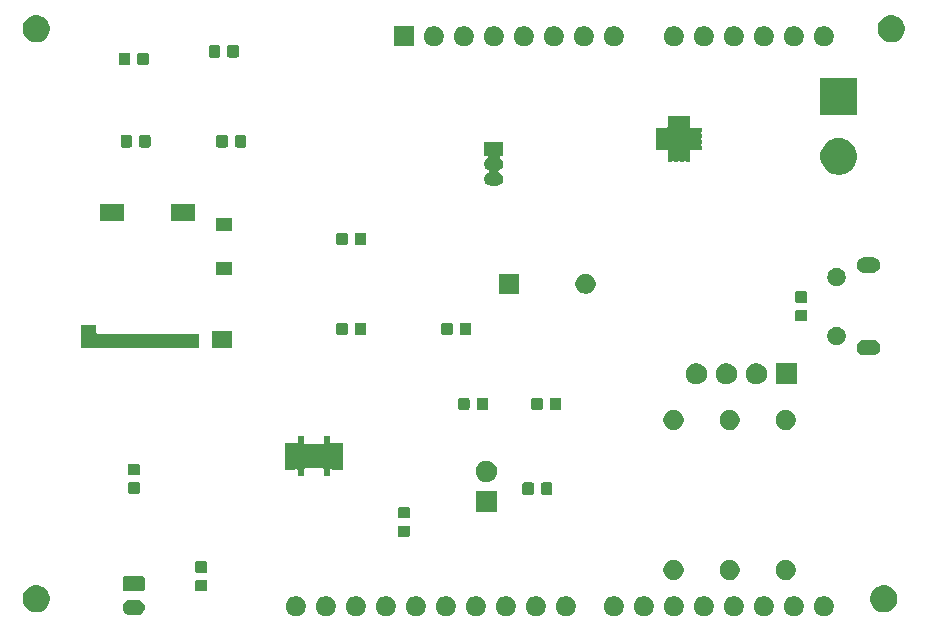
<source format=gts>
G04 #@! TF.GenerationSoftware,KiCad,Pcbnew,(5.1.5)-3*
G04 #@! TF.CreationDate,2020-03-03T13:48:05-08:00*
G04 #@! TF.ProjectId,capstonemki,63617073-746f-46e6-956d-6b692e6b6963,rev?*
G04 #@! TF.SameCoordinates,Original*
G04 #@! TF.FileFunction,Soldermask,Top*
G04 #@! TF.FilePolarity,Negative*
%FSLAX46Y46*%
G04 Gerber Fmt 4.6, Leading zero omitted, Abs format (unit mm)*
G04 Created by KiCad (PCBNEW (5.1.5)-3) date 2020-03-03 13:48:05*
%MOMM*%
%LPD*%
G04 APERTURE LIST*
%ADD10C,0.100000*%
G04 APERTURE END LIST*
D10*
G36*
X86608228Y-75381703D02*
G01*
X86763100Y-75445853D01*
X86902481Y-75538985D01*
X87021015Y-75657519D01*
X87114147Y-75796900D01*
X87178297Y-75951772D01*
X87211000Y-76116184D01*
X87211000Y-76283816D01*
X87178297Y-76448228D01*
X87114147Y-76603100D01*
X87021015Y-76742481D01*
X86902481Y-76861015D01*
X86763100Y-76954147D01*
X86608228Y-77018297D01*
X86443816Y-77051000D01*
X86276184Y-77051000D01*
X86111772Y-77018297D01*
X85956900Y-76954147D01*
X85817519Y-76861015D01*
X85698985Y-76742481D01*
X85605853Y-76603100D01*
X85541703Y-76448228D01*
X85509000Y-76283816D01*
X85509000Y-76116184D01*
X85541703Y-75951772D01*
X85605853Y-75796900D01*
X85698985Y-75657519D01*
X85817519Y-75538985D01*
X85956900Y-75445853D01*
X86111772Y-75381703D01*
X86276184Y-75349000D01*
X86443816Y-75349000D01*
X86608228Y-75381703D01*
G37*
G36*
X67308228Y-75381703D02*
G01*
X67463100Y-75445853D01*
X67602481Y-75538985D01*
X67721015Y-75657519D01*
X67814147Y-75796900D01*
X67878297Y-75951772D01*
X67911000Y-76116184D01*
X67911000Y-76283816D01*
X67878297Y-76448228D01*
X67814147Y-76603100D01*
X67721015Y-76742481D01*
X67602481Y-76861015D01*
X67463100Y-76954147D01*
X67308228Y-77018297D01*
X67143816Y-77051000D01*
X66976184Y-77051000D01*
X66811772Y-77018297D01*
X66656900Y-76954147D01*
X66517519Y-76861015D01*
X66398985Y-76742481D01*
X66305853Y-76603100D01*
X66241703Y-76448228D01*
X66209000Y-76283816D01*
X66209000Y-76116184D01*
X66241703Y-75951772D01*
X66305853Y-75796900D01*
X66398985Y-75657519D01*
X66517519Y-75538985D01*
X66656900Y-75445853D01*
X66811772Y-75381703D01*
X66976184Y-75349000D01*
X67143816Y-75349000D01*
X67308228Y-75381703D01*
G37*
G36*
X44448228Y-75381703D02*
G01*
X44603100Y-75445853D01*
X44742481Y-75538985D01*
X44861015Y-75657519D01*
X44954147Y-75796900D01*
X45018297Y-75951772D01*
X45051000Y-76116184D01*
X45051000Y-76283816D01*
X45018297Y-76448228D01*
X44954147Y-76603100D01*
X44861015Y-76742481D01*
X44742481Y-76861015D01*
X44603100Y-76954147D01*
X44448228Y-77018297D01*
X44283816Y-77051000D01*
X44116184Y-77051000D01*
X43951772Y-77018297D01*
X43796900Y-76954147D01*
X43657519Y-76861015D01*
X43538985Y-76742481D01*
X43445853Y-76603100D01*
X43381703Y-76448228D01*
X43349000Y-76283816D01*
X43349000Y-76116184D01*
X43381703Y-75951772D01*
X43445853Y-75796900D01*
X43538985Y-75657519D01*
X43657519Y-75538985D01*
X43796900Y-75445853D01*
X43951772Y-75381703D01*
X44116184Y-75349000D01*
X44283816Y-75349000D01*
X44448228Y-75381703D01*
G37*
G36*
X46988228Y-75381703D02*
G01*
X47143100Y-75445853D01*
X47282481Y-75538985D01*
X47401015Y-75657519D01*
X47494147Y-75796900D01*
X47558297Y-75951772D01*
X47591000Y-76116184D01*
X47591000Y-76283816D01*
X47558297Y-76448228D01*
X47494147Y-76603100D01*
X47401015Y-76742481D01*
X47282481Y-76861015D01*
X47143100Y-76954147D01*
X46988228Y-77018297D01*
X46823816Y-77051000D01*
X46656184Y-77051000D01*
X46491772Y-77018297D01*
X46336900Y-76954147D01*
X46197519Y-76861015D01*
X46078985Y-76742481D01*
X45985853Y-76603100D01*
X45921703Y-76448228D01*
X45889000Y-76283816D01*
X45889000Y-76116184D01*
X45921703Y-75951772D01*
X45985853Y-75796900D01*
X46078985Y-75657519D01*
X46197519Y-75538985D01*
X46336900Y-75445853D01*
X46491772Y-75381703D01*
X46656184Y-75349000D01*
X46823816Y-75349000D01*
X46988228Y-75381703D01*
G37*
G36*
X84068228Y-75381703D02*
G01*
X84223100Y-75445853D01*
X84362481Y-75538985D01*
X84481015Y-75657519D01*
X84574147Y-75796900D01*
X84638297Y-75951772D01*
X84671000Y-76116184D01*
X84671000Y-76283816D01*
X84638297Y-76448228D01*
X84574147Y-76603100D01*
X84481015Y-76742481D01*
X84362481Y-76861015D01*
X84223100Y-76954147D01*
X84068228Y-77018297D01*
X83903816Y-77051000D01*
X83736184Y-77051000D01*
X83571772Y-77018297D01*
X83416900Y-76954147D01*
X83277519Y-76861015D01*
X83158985Y-76742481D01*
X83065853Y-76603100D01*
X83001703Y-76448228D01*
X82969000Y-76283816D01*
X82969000Y-76116184D01*
X83001703Y-75951772D01*
X83065853Y-75796900D01*
X83158985Y-75657519D01*
X83277519Y-75538985D01*
X83416900Y-75445853D01*
X83571772Y-75381703D01*
X83736184Y-75349000D01*
X83903816Y-75349000D01*
X84068228Y-75381703D01*
G37*
G36*
X81528228Y-75381703D02*
G01*
X81683100Y-75445853D01*
X81822481Y-75538985D01*
X81941015Y-75657519D01*
X82034147Y-75796900D01*
X82098297Y-75951772D01*
X82131000Y-76116184D01*
X82131000Y-76283816D01*
X82098297Y-76448228D01*
X82034147Y-76603100D01*
X81941015Y-76742481D01*
X81822481Y-76861015D01*
X81683100Y-76954147D01*
X81528228Y-77018297D01*
X81363816Y-77051000D01*
X81196184Y-77051000D01*
X81031772Y-77018297D01*
X80876900Y-76954147D01*
X80737519Y-76861015D01*
X80618985Y-76742481D01*
X80525853Y-76603100D01*
X80461703Y-76448228D01*
X80429000Y-76283816D01*
X80429000Y-76116184D01*
X80461703Y-75951772D01*
X80525853Y-75796900D01*
X80618985Y-75657519D01*
X80737519Y-75538985D01*
X80876900Y-75445853D01*
X81031772Y-75381703D01*
X81196184Y-75349000D01*
X81363816Y-75349000D01*
X81528228Y-75381703D01*
G37*
G36*
X78988228Y-75381703D02*
G01*
X79143100Y-75445853D01*
X79282481Y-75538985D01*
X79401015Y-75657519D01*
X79494147Y-75796900D01*
X79558297Y-75951772D01*
X79591000Y-76116184D01*
X79591000Y-76283816D01*
X79558297Y-76448228D01*
X79494147Y-76603100D01*
X79401015Y-76742481D01*
X79282481Y-76861015D01*
X79143100Y-76954147D01*
X78988228Y-77018297D01*
X78823816Y-77051000D01*
X78656184Y-77051000D01*
X78491772Y-77018297D01*
X78336900Y-76954147D01*
X78197519Y-76861015D01*
X78078985Y-76742481D01*
X77985853Y-76603100D01*
X77921703Y-76448228D01*
X77889000Y-76283816D01*
X77889000Y-76116184D01*
X77921703Y-75951772D01*
X77985853Y-75796900D01*
X78078985Y-75657519D01*
X78197519Y-75538985D01*
X78336900Y-75445853D01*
X78491772Y-75381703D01*
X78656184Y-75349000D01*
X78823816Y-75349000D01*
X78988228Y-75381703D01*
G37*
G36*
X76448228Y-75381703D02*
G01*
X76603100Y-75445853D01*
X76742481Y-75538985D01*
X76861015Y-75657519D01*
X76954147Y-75796900D01*
X77018297Y-75951772D01*
X77051000Y-76116184D01*
X77051000Y-76283816D01*
X77018297Y-76448228D01*
X76954147Y-76603100D01*
X76861015Y-76742481D01*
X76742481Y-76861015D01*
X76603100Y-76954147D01*
X76448228Y-77018297D01*
X76283816Y-77051000D01*
X76116184Y-77051000D01*
X75951772Y-77018297D01*
X75796900Y-76954147D01*
X75657519Y-76861015D01*
X75538985Y-76742481D01*
X75445853Y-76603100D01*
X75381703Y-76448228D01*
X75349000Y-76283816D01*
X75349000Y-76116184D01*
X75381703Y-75951772D01*
X75445853Y-75796900D01*
X75538985Y-75657519D01*
X75657519Y-75538985D01*
X75796900Y-75445853D01*
X75951772Y-75381703D01*
X76116184Y-75349000D01*
X76283816Y-75349000D01*
X76448228Y-75381703D01*
G37*
G36*
X73908228Y-75381703D02*
G01*
X74063100Y-75445853D01*
X74202481Y-75538985D01*
X74321015Y-75657519D01*
X74414147Y-75796900D01*
X74478297Y-75951772D01*
X74511000Y-76116184D01*
X74511000Y-76283816D01*
X74478297Y-76448228D01*
X74414147Y-76603100D01*
X74321015Y-76742481D01*
X74202481Y-76861015D01*
X74063100Y-76954147D01*
X73908228Y-77018297D01*
X73743816Y-77051000D01*
X73576184Y-77051000D01*
X73411772Y-77018297D01*
X73256900Y-76954147D01*
X73117519Y-76861015D01*
X72998985Y-76742481D01*
X72905853Y-76603100D01*
X72841703Y-76448228D01*
X72809000Y-76283816D01*
X72809000Y-76116184D01*
X72841703Y-75951772D01*
X72905853Y-75796900D01*
X72998985Y-75657519D01*
X73117519Y-75538985D01*
X73256900Y-75445853D01*
X73411772Y-75381703D01*
X73576184Y-75349000D01*
X73743816Y-75349000D01*
X73908228Y-75381703D01*
G37*
G36*
X71368228Y-75381703D02*
G01*
X71523100Y-75445853D01*
X71662481Y-75538985D01*
X71781015Y-75657519D01*
X71874147Y-75796900D01*
X71938297Y-75951772D01*
X71971000Y-76116184D01*
X71971000Y-76283816D01*
X71938297Y-76448228D01*
X71874147Y-76603100D01*
X71781015Y-76742481D01*
X71662481Y-76861015D01*
X71523100Y-76954147D01*
X71368228Y-77018297D01*
X71203816Y-77051000D01*
X71036184Y-77051000D01*
X70871772Y-77018297D01*
X70716900Y-76954147D01*
X70577519Y-76861015D01*
X70458985Y-76742481D01*
X70365853Y-76603100D01*
X70301703Y-76448228D01*
X70269000Y-76283816D01*
X70269000Y-76116184D01*
X70301703Y-75951772D01*
X70365853Y-75796900D01*
X70458985Y-75657519D01*
X70577519Y-75538985D01*
X70716900Y-75445853D01*
X70871772Y-75381703D01*
X71036184Y-75349000D01*
X71203816Y-75349000D01*
X71368228Y-75381703D01*
G37*
G36*
X62228228Y-75381703D02*
G01*
X62383100Y-75445853D01*
X62522481Y-75538985D01*
X62641015Y-75657519D01*
X62734147Y-75796900D01*
X62798297Y-75951772D01*
X62831000Y-76116184D01*
X62831000Y-76283816D01*
X62798297Y-76448228D01*
X62734147Y-76603100D01*
X62641015Y-76742481D01*
X62522481Y-76861015D01*
X62383100Y-76954147D01*
X62228228Y-77018297D01*
X62063816Y-77051000D01*
X61896184Y-77051000D01*
X61731772Y-77018297D01*
X61576900Y-76954147D01*
X61437519Y-76861015D01*
X61318985Y-76742481D01*
X61225853Y-76603100D01*
X61161703Y-76448228D01*
X61129000Y-76283816D01*
X61129000Y-76116184D01*
X61161703Y-75951772D01*
X61225853Y-75796900D01*
X61318985Y-75657519D01*
X61437519Y-75538985D01*
X61576900Y-75445853D01*
X61731772Y-75381703D01*
X61896184Y-75349000D01*
X62063816Y-75349000D01*
X62228228Y-75381703D01*
G37*
G36*
X64768228Y-75381703D02*
G01*
X64923100Y-75445853D01*
X65062481Y-75538985D01*
X65181015Y-75657519D01*
X65274147Y-75796900D01*
X65338297Y-75951772D01*
X65371000Y-76116184D01*
X65371000Y-76283816D01*
X65338297Y-76448228D01*
X65274147Y-76603100D01*
X65181015Y-76742481D01*
X65062481Y-76861015D01*
X64923100Y-76954147D01*
X64768228Y-77018297D01*
X64603816Y-77051000D01*
X64436184Y-77051000D01*
X64271772Y-77018297D01*
X64116900Y-76954147D01*
X63977519Y-76861015D01*
X63858985Y-76742481D01*
X63765853Y-76603100D01*
X63701703Y-76448228D01*
X63669000Y-76283816D01*
X63669000Y-76116184D01*
X63701703Y-75951772D01*
X63765853Y-75796900D01*
X63858985Y-75657519D01*
X63977519Y-75538985D01*
X64116900Y-75445853D01*
X64271772Y-75381703D01*
X64436184Y-75349000D01*
X64603816Y-75349000D01*
X64768228Y-75381703D01*
G37*
G36*
X89148228Y-75381703D02*
G01*
X89303100Y-75445853D01*
X89442481Y-75538985D01*
X89561015Y-75657519D01*
X89654147Y-75796900D01*
X89718297Y-75951772D01*
X89751000Y-76116184D01*
X89751000Y-76283816D01*
X89718297Y-76448228D01*
X89654147Y-76603100D01*
X89561015Y-76742481D01*
X89442481Y-76861015D01*
X89303100Y-76954147D01*
X89148228Y-77018297D01*
X88983816Y-77051000D01*
X88816184Y-77051000D01*
X88651772Y-77018297D01*
X88496900Y-76954147D01*
X88357519Y-76861015D01*
X88238985Y-76742481D01*
X88145853Y-76603100D01*
X88081703Y-76448228D01*
X88049000Y-76283816D01*
X88049000Y-76116184D01*
X88081703Y-75951772D01*
X88145853Y-75796900D01*
X88238985Y-75657519D01*
X88357519Y-75538985D01*
X88496900Y-75445853D01*
X88651772Y-75381703D01*
X88816184Y-75349000D01*
X88983816Y-75349000D01*
X89148228Y-75381703D01*
G37*
G36*
X49528228Y-75381703D02*
G01*
X49683100Y-75445853D01*
X49822481Y-75538985D01*
X49941015Y-75657519D01*
X50034147Y-75796900D01*
X50098297Y-75951772D01*
X50131000Y-76116184D01*
X50131000Y-76283816D01*
X50098297Y-76448228D01*
X50034147Y-76603100D01*
X49941015Y-76742481D01*
X49822481Y-76861015D01*
X49683100Y-76954147D01*
X49528228Y-77018297D01*
X49363816Y-77051000D01*
X49196184Y-77051000D01*
X49031772Y-77018297D01*
X48876900Y-76954147D01*
X48737519Y-76861015D01*
X48618985Y-76742481D01*
X48525853Y-76603100D01*
X48461703Y-76448228D01*
X48429000Y-76283816D01*
X48429000Y-76116184D01*
X48461703Y-75951772D01*
X48525853Y-75796900D01*
X48618985Y-75657519D01*
X48737519Y-75538985D01*
X48876900Y-75445853D01*
X49031772Y-75381703D01*
X49196184Y-75349000D01*
X49363816Y-75349000D01*
X49528228Y-75381703D01*
G37*
G36*
X52068228Y-75381703D02*
G01*
X52223100Y-75445853D01*
X52362481Y-75538985D01*
X52481015Y-75657519D01*
X52574147Y-75796900D01*
X52638297Y-75951772D01*
X52671000Y-76116184D01*
X52671000Y-76283816D01*
X52638297Y-76448228D01*
X52574147Y-76603100D01*
X52481015Y-76742481D01*
X52362481Y-76861015D01*
X52223100Y-76954147D01*
X52068228Y-77018297D01*
X51903816Y-77051000D01*
X51736184Y-77051000D01*
X51571772Y-77018297D01*
X51416900Y-76954147D01*
X51277519Y-76861015D01*
X51158985Y-76742481D01*
X51065853Y-76603100D01*
X51001703Y-76448228D01*
X50969000Y-76283816D01*
X50969000Y-76116184D01*
X51001703Y-75951772D01*
X51065853Y-75796900D01*
X51158985Y-75657519D01*
X51277519Y-75538985D01*
X51416900Y-75445853D01*
X51571772Y-75381703D01*
X51736184Y-75349000D01*
X51903816Y-75349000D01*
X52068228Y-75381703D01*
G37*
G36*
X57148228Y-75381703D02*
G01*
X57303100Y-75445853D01*
X57442481Y-75538985D01*
X57561015Y-75657519D01*
X57654147Y-75796900D01*
X57718297Y-75951772D01*
X57751000Y-76116184D01*
X57751000Y-76283816D01*
X57718297Y-76448228D01*
X57654147Y-76603100D01*
X57561015Y-76742481D01*
X57442481Y-76861015D01*
X57303100Y-76954147D01*
X57148228Y-77018297D01*
X56983816Y-77051000D01*
X56816184Y-77051000D01*
X56651772Y-77018297D01*
X56496900Y-76954147D01*
X56357519Y-76861015D01*
X56238985Y-76742481D01*
X56145853Y-76603100D01*
X56081703Y-76448228D01*
X56049000Y-76283816D01*
X56049000Y-76116184D01*
X56081703Y-75951772D01*
X56145853Y-75796900D01*
X56238985Y-75657519D01*
X56357519Y-75538985D01*
X56496900Y-75445853D01*
X56651772Y-75381703D01*
X56816184Y-75349000D01*
X56983816Y-75349000D01*
X57148228Y-75381703D01*
G37*
G36*
X59688228Y-75381703D02*
G01*
X59843100Y-75445853D01*
X59982481Y-75538985D01*
X60101015Y-75657519D01*
X60194147Y-75796900D01*
X60258297Y-75951772D01*
X60291000Y-76116184D01*
X60291000Y-76283816D01*
X60258297Y-76448228D01*
X60194147Y-76603100D01*
X60101015Y-76742481D01*
X59982481Y-76861015D01*
X59843100Y-76954147D01*
X59688228Y-77018297D01*
X59523816Y-77051000D01*
X59356184Y-77051000D01*
X59191772Y-77018297D01*
X59036900Y-76954147D01*
X58897519Y-76861015D01*
X58778985Y-76742481D01*
X58685853Y-76603100D01*
X58621703Y-76448228D01*
X58589000Y-76283816D01*
X58589000Y-76116184D01*
X58621703Y-75951772D01*
X58685853Y-75796900D01*
X58778985Y-75657519D01*
X58897519Y-75538985D01*
X59036900Y-75445853D01*
X59191772Y-75381703D01*
X59356184Y-75349000D01*
X59523816Y-75349000D01*
X59688228Y-75381703D01*
G37*
G36*
X54608228Y-75381703D02*
G01*
X54763100Y-75445853D01*
X54902481Y-75538985D01*
X55021015Y-75657519D01*
X55114147Y-75796900D01*
X55178297Y-75951772D01*
X55211000Y-76116184D01*
X55211000Y-76283816D01*
X55178297Y-76448228D01*
X55114147Y-76603100D01*
X55021015Y-76742481D01*
X54902481Y-76861015D01*
X54763100Y-76954147D01*
X54608228Y-77018297D01*
X54443816Y-77051000D01*
X54276184Y-77051000D01*
X54111772Y-77018297D01*
X53956900Y-76954147D01*
X53817519Y-76861015D01*
X53698985Y-76742481D01*
X53605853Y-76603100D01*
X53541703Y-76448228D01*
X53509000Y-76283816D01*
X53509000Y-76116184D01*
X53541703Y-75951772D01*
X53605853Y-75796900D01*
X53698985Y-75657519D01*
X53817519Y-75538985D01*
X53956900Y-75445853D01*
X54111772Y-75381703D01*
X54276184Y-75349000D01*
X54443816Y-75349000D01*
X54608228Y-75381703D01*
G37*
G36*
X30818855Y-75647140D02*
G01*
X30882618Y-75653420D01*
X30964847Y-75678364D01*
X31005336Y-75690646D01*
X31118425Y-75751094D01*
X31217554Y-75832446D01*
X31298906Y-75931575D01*
X31359354Y-76044664D01*
X31359355Y-76044668D01*
X31396580Y-76167382D01*
X31409149Y-76295000D01*
X31396580Y-76422618D01*
X31388811Y-76448228D01*
X31359354Y-76545336D01*
X31298906Y-76658425D01*
X31217554Y-76757554D01*
X31118425Y-76838906D01*
X31005336Y-76899354D01*
X30973404Y-76909040D01*
X30882618Y-76936580D01*
X30818855Y-76942860D01*
X30786974Y-76946000D01*
X30173026Y-76946000D01*
X30141145Y-76942860D01*
X30077382Y-76936580D01*
X29986596Y-76909040D01*
X29954664Y-76899354D01*
X29841575Y-76838906D01*
X29742446Y-76757554D01*
X29661094Y-76658425D01*
X29600646Y-76545336D01*
X29571189Y-76448228D01*
X29563420Y-76422618D01*
X29550851Y-76295000D01*
X29563420Y-76167382D01*
X29600645Y-76044668D01*
X29600646Y-76044664D01*
X29661094Y-75931575D01*
X29742446Y-75832446D01*
X29841575Y-75751094D01*
X29954664Y-75690646D01*
X29995153Y-75678364D01*
X30077382Y-75653420D01*
X30141145Y-75647140D01*
X30173026Y-75644000D01*
X30786974Y-75644000D01*
X30818855Y-75647140D01*
G37*
G36*
X94204549Y-74436116D02*
G01*
X94315734Y-74458232D01*
X94525203Y-74544997D01*
X94713720Y-74670960D01*
X94874040Y-74831280D01*
X94950693Y-74946000D01*
X95000004Y-75019799D01*
X95086768Y-75229267D01*
X95129850Y-75445852D01*
X95131000Y-75451636D01*
X95131000Y-75678364D01*
X95086768Y-75900734D01*
X95000003Y-76110203D01*
X94874040Y-76298720D01*
X94713720Y-76459040D01*
X94525203Y-76585003D01*
X94315734Y-76671768D01*
X94204549Y-76693884D01*
X94093365Y-76716000D01*
X93866635Y-76716000D01*
X93755451Y-76693884D01*
X93644266Y-76671768D01*
X93434797Y-76585003D01*
X93246280Y-76459040D01*
X93085960Y-76298720D01*
X92959997Y-76110203D01*
X92873232Y-75900734D01*
X92829000Y-75678364D01*
X92829000Y-75451636D01*
X92830151Y-75445852D01*
X92873232Y-75229267D01*
X92959996Y-75019799D01*
X93009307Y-74946000D01*
X93085960Y-74831280D01*
X93246280Y-74670960D01*
X93434797Y-74544997D01*
X93644266Y-74458232D01*
X93755451Y-74436116D01*
X93866635Y-74414000D01*
X94093365Y-74414000D01*
X94204549Y-74436116D01*
G37*
G36*
X22449549Y-74436116D02*
G01*
X22560734Y-74458232D01*
X22770203Y-74544997D01*
X22958720Y-74670960D01*
X23119040Y-74831280D01*
X23195693Y-74946000D01*
X23245004Y-75019799D01*
X23331768Y-75229267D01*
X23374850Y-75445852D01*
X23376000Y-75451636D01*
X23376000Y-75678364D01*
X23331768Y-75900734D01*
X23245003Y-76110203D01*
X23119040Y-76298720D01*
X22958720Y-76459040D01*
X22770203Y-76585003D01*
X22560734Y-76671768D01*
X22449549Y-76693884D01*
X22338365Y-76716000D01*
X22111635Y-76716000D01*
X22000451Y-76693884D01*
X21889266Y-76671768D01*
X21679797Y-76585003D01*
X21491280Y-76459040D01*
X21330960Y-76298720D01*
X21204997Y-76110203D01*
X21118232Y-75900734D01*
X21074000Y-75678364D01*
X21074000Y-75451636D01*
X21075151Y-75445852D01*
X21118232Y-75229267D01*
X21204996Y-75019799D01*
X21254307Y-74946000D01*
X21330960Y-74831280D01*
X21491280Y-74670960D01*
X21679797Y-74544997D01*
X21889266Y-74458232D01*
X22000451Y-74436116D01*
X22111635Y-74414000D01*
X22338365Y-74414000D01*
X22449549Y-74436116D01*
G37*
G36*
X31246242Y-73648404D02*
G01*
X31283337Y-73659657D01*
X31317515Y-73677925D01*
X31347481Y-73702519D01*
X31372075Y-73732485D01*
X31390343Y-73766663D01*
X31401596Y-73803758D01*
X31406000Y-73848474D01*
X31406000Y-74741526D01*
X31401596Y-74786242D01*
X31390343Y-74823337D01*
X31372075Y-74857515D01*
X31347481Y-74887481D01*
X31317515Y-74912075D01*
X31283337Y-74930343D01*
X31246242Y-74941596D01*
X31201526Y-74946000D01*
X29758474Y-74946000D01*
X29713758Y-74941596D01*
X29676663Y-74930343D01*
X29642485Y-74912075D01*
X29612519Y-74887481D01*
X29587925Y-74857515D01*
X29569657Y-74823337D01*
X29558404Y-74786242D01*
X29554000Y-74741526D01*
X29554000Y-73848474D01*
X29558404Y-73803758D01*
X29569657Y-73766663D01*
X29587925Y-73732485D01*
X29612519Y-73702519D01*
X29642485Y-73677925D01*
X29676663Y-73659657D01*
X29713758Y-73648404D01*
X29758474Y-73644000D01*
X31201526Y-73644000D01*
X31246242Y-73648404D01*
G37*
G36*
X36574591Y-73963085D02*
G01*
X36608569Y-73973393D01*
X36639890Y-73990134D01*
X36667339Y-74012661D01*
X36689866Y-74040110D01*
X36706607Y-74071431D01*
X36716915Y-74105409D01*
X36721000Y-74146890D01*
X36721000Y-74748110D01*
X36716915Y-74789591D01*
X36706607Y-74823569D01*
X36689866Y-74854890D01*
X36667339Y-74882339D01*
X36639890Y-74904866D01*
X36608569Y-74921607D01*
X36574591Y-74931915D01*
X36533110Y-74936000D01*
X35856890Y-74936000D01*
X35815409Y-74931915D01*
X35781431Y-74921607D01*
X35750110Y-74904866D01*
X35722661Y-74882339D01*
X35700134Y-74854890D01*
X35683393Y-74823569D01*
X35673085Y-74789591D01*
X35669000Y-74748110D01*
X35669000Y-74146890D01*
X35673085Y-74105409D01*
X35683393Y-74071431D01*
X35700134Y-74040110D01*
X35722661Y-74012661D01*
X35750110Y-73990134D01*
X35781431Y-73973393D01*
X35815409Y-73963085D01*
X35856890Y-73959000D01*
X36533110Y-73959000D01*
X36574591Y-73963085D01*
G37*
G36*
X81173228Y-72296703D02*
G01*
X81328100Y-72360853D01*
X81467481Y-72453985D01*
X81586015Y-72572519D01*
X81679147Y-72711900D01*
X81743297Y-72866772D01*
X81776000Y-73031184D01*
X81776000Y-73198816D01*
X81743297Y-73363228D01*
X81679147Y-73518100D01*
X81586015Y-73657481D01*
X81467481Y-73776015D01*
X81328100Y-73869147D01*
X81173228Y-73933297D01*
X81008816Y-73966000D01*
X80841184Y-73966000D01*
X80676772Y-73933297D01*
X80521900Y-73869147D01*
X80382519Y-73776015D01*
X80263985Y-73657481D01*
X80170853Y-73518100D01*
X80106703Y-73363228D01*
X80074000Y-73198816D01*
X80074000Y-73031184D01*
X80106703Y-72866772D01*
X80170853Y-72711900D01*
X80263985Y-72572519D01*
X80382519Y-72453985D01*
X80521900Y-72360853D01*
X80676772Y-72296703D01*
X80841184Y-72264000D01*
X81008816Y-72264000D01*
X81173228Y-72296703D01*
G37*
G36*
X85923228Y-72296703D02*
G01*
X86078100Y-72360853D01*
X86217481Y-72453985D01*
X86336015Y-72572519D01*
X86429147Y-72711900D01*
X86493297Y-72866772D01*
X86526000Y-73031184D01*
X86526000Y-73198816D01*
X86493297Y-73363228D01*
X86429147Y-73518100D01*
X86336015Y-73657481D01*
X86217481Y-73776015D01*
X86078100Y-73869147D01*
X85923228Y-73933297D01*
X85758816Y-73966000D01*
X85591184Y-73966000D01*
X85426772Y-73933297D01*
X85271900Y-73869147D01*
X85132519Y-73776015D01*
X85013985Y-73657481D01*
X84920853Y-73518100D01*
X84856703Y-73363228D01*
X84824000Y-73198816D01*
X84824000Y-73031184D01*
X84856703Y-72866772D01*
X84920853Y-72711900D01*
X85013985Y-72572519D01*
X85132519Y-72453985D01*
X85271900Y-72360853D01*
X85426772Y-72296703D01*
X85591184Y-72264000D01*
X85758816Y-72264000D01*
X85923228Y-72296703D01*
G37*
G36*
X76423228Y-72296703D02*
G01*
X76578100Y-72360853D01*
X76717481Y-72453985D01*
X76836015Y-72572519D01*
X76929147Y-72711900D01*
X76993297Y-72866772D01*
X77026000Y-73031184D01*
X77026000Y-73198816D01*
X76993297Y-73363228D01*
X76929147Y-73518100D01*
X76836015Y-73657481D01*
X76717481Y-73776015D01*
X76578100Y-73869147D01*
X76423228Y-73933297D01*
X76258816Y-73966000D01*
X76091184Y-73966000D01*
X75926772Y-73933297D01*
X75771900Y-73869147D01*
X75632519Y-73776015D01*
X75513985Y-73657481D01*
X75420853Y-73518100D01*
X75356703Y-73363228D01*
X75324000Y-73198816D01*
X75324000Y-73031184D01*
X75356703Y-72866772D01*
X75420853Y-72711900D01*
X75513985Y-72572519D01*
X75632519Y-72453985D01*
X75771900Y-72360853D01*
X75926772Y-72296703D01*
X76091184Y-72264000D01*
X76258816Y-72264000D01*
X76423228Y-72296703D01*
G37*
G36*
X36574591Y-72388085D02*
G01*
X36608569Y-72398393D01*
X36639890Y-72415134D01*
X36667339Y-72437661D01*
X36689866Y-72465110D01*
X36706607Y-72496431D01*
X36716915Y-72530409D01*
X36721000Y-72571890D01*
X36721000Y-73173110D01*
X36716915Y-73214591D01*
X36706607Y-73248569D01*
X36689866Y-73279890D01*
X36667339Y-73307339D01*
X36639890Y-73329866D01*
X36608569Y-73346607D01*
X36574591Y-73356915D01*
X36533110Y-73361000D01*
X35856890Y-73361000D01*
X35815409Y-73356915D01*
X35781431Y-73346607D01*
X35750110Y-73329866D01*
X35722661Y-73307339D01*
X35700134Y-73279890D01*
X35683393Y-73248569D01*
X35673085Y-73214591D01*
X35669000Y-73173110D01*
X35669000Y-72571890D01*
X35673085Y-72530409D01*
X35683393Y-72496431D01*
X35700134Y-72465110D01*
X35722661Y-72437661D01*
X35750110Y-72415134D01*
X35781431Y-72398393D01*
X35815409Y-72388085D01*
X35856890Y-72384000D01*
X36533110Y-72384000D01*
X36574591Y-72388085D01*
G37*
G36*
X53719591Y-69365585D02*
G01*
X53753569Y-69375893D01*
X53784890Y-69392634D01*
X53812339Y-69415161D01*
X53834866Y-69442610D01*
X53851607Y-69473931D01*
X53861915Y-69507909D01*
X53866000Y-69549390D01*
X53866000Y-70150610D01*
X53861915Y-70192091D01*
X53851607Y-70226069D01*
X53834866Y-70257390D01*
X53812339Y-70284839D01*
X53784890Y-70307366D01*
X53753569Y-70324107D01*
X53719591Y-70334415D01*
X53678110Y-70338500D01*
X53001890Y-70338500D01*
X52960409Y-70334415D01*
X52926431Y-70324107D01*
X52895110Y-70307366D01*
X52867661Y-70284839D01*
X52845134Y-70257390D01*
X52828393Y-70226069D01*
X52818085Y-70192091D01*
X52814000Y-70150610D01*
X52814000Y-69549390D01*
X52818085Y-69507909D01*
X52828393Y-69473931D01*
X52845134Y-69442610D01*
X52867661Y-69415161D01*
X52895110Y-69392634D01*
X52926431Y-69375893D01*
X52960409Y-69365585D01*
X53001890Y-69361500D01*
X53678110Y-69361500D01*
X53719591Y-69365585D01*
G37*
G36*
X53719591Y-67790585D02*
G01*
X53753569Y-67800893D01*
X53784890Y-67817634D01*
X53812339Y-67840161D01*
X53834866Y-67867610D01*
X53851607Y-67898931D01*
X53861915Y-67932909D01*
X53866000Y-67974390D01*
X53866000Y-68575610D01*
X53861915Y-68617091D01*
X53851607Y-68651069D01*
X53834866Y-68682390D01*
X53812339Y-68709839D01*
X53784890Y-68732366D01*
X53753569Y-68749107D01*
X53719591Y-68759415D01*
X53678110Y-68763500D01*
X53001890Y-68763500D01*
X52960409Y-68759415D01*
X52926431Y-68749107D01*
X52895110Y-68732366D01*
X52867661Y-68709839D01*
X52845134Y-68682390D01*
X52828393Y-68651069D01*
X52818085Y-68617091D01*
X52814000Y-68575610D01*
X52814000Y-67974390D01*
X52818085Y-67932909D01*
X52828393Y-67898931D01*
X52845134Y-67867610D01*
X52867661Y-67840161D01*
X52895110Y-67817634D01*
X52926431Y-67800893D01*
X52960409Y-67790585D01*
X53001890Y-67786500D01*
X53678110Y-67786500D01*
X53719591Y-67790585D01*
G37*
G36*
X61226000Y-68211000D02*
G01*
X59424000Y-68211000D01*
X59424000Y-66409000D01*
X61226000Y-66409000D01*
X61226000Y-68211000D01*
G37*
G36*
X65784591Y-65718085D02*
G01*
X65818569Y-65728393D01*
X65849890Y-65745134D01*
X65877339Y-65767661D01*
X65899866Y-65795110D01*
X65916607Y-65826431D01*
X65926915Y-65860409D01*
X65931000Y-65901890D01*
X65931000Y-66578110D01*
X65926915Y-66619591D01*
X65916607Y-66653569D01*
X65899866Y-66684890D01*
X65877339Y-66712339D01*
X65849890Y-66734866D01*
X65818569Y-66751607D01*
X65784591Y-66761915D01*
X65743110Y-66766000D01*
X65141890Y-66766000D01*
X65100409Y-66761915D01*
X65066431Y-66751607D01*
X65035110Y-66734866D01*
X65007661Y-66712339D01*
X64985134Y-66684890D01*
X64968393Y-66653569D01*
X64958085Y-66619591D01*
X64954000Y-66578110D01*
X64954000Y-65901890D01*
X64958085Y-65860409D01*
X64968393Y-65826431D01*
X64985134Y-65795110D01*
X65007661Y-65767661D01*
X65035110Y-65745134D01*
X65066431Y-65728393D01*
X65100409Y-65718085D01*
X65141890Y-65714000D01*
X65743110Y-65714000D01*
X65784591Y-65718085D01*
G37*
G36*
X64209591Y-65718085D02*
G01*
X64243569Y-65728393D01*
X64274890Y-65745134D01*
X64302339Y-65767661D01*
X64324866Y-65795110D01*
X64341607Y-65826431D01*
X64351915Y-65860409D01*
X64356000Y-65901890D01*
X64356000Y-66578110D01*
X64351915Y-66619591D01*
X64341607Y-66653569D01*
X64324866Y-66684890D01*
X64302339Y-66712339D01*
X64274890Y-66734866D01*
X64243569Y-66751607D01*
X64209591Y-66761915D01*
X64168110Y-66766000D01*
X63566890Y-66766000D01*
X63525409Y-66761915D01*
X63491431Y-66751607D01*
X63460110Y-66734866D01*
X63432661Y-66712339D01*
X63410134Y-66684890D01*
X63393393Y-66653569D01*
X63383085Y-66619591D01*
X63379000Y-66578110D01*
X63379000Y-65901890D01*
X63383085Y-65860409D01*
X63393393Y-65826431D01*
X63410134Y-65795110D01*
X63432661Y-65767661D01*
X63460110Y-65745134D01*
X63491431Y-65728393D01*
X63525409Y-65718085D01*
X63566890Y-65714000D01*
X64168110Y-65714000D01*
X64209591Y-65718085D01*
G37*
G36*
X30859591Y-65708085D02*
G01*
X30893569Y-65718393D01*
X30924890Y-65735134D01*
X30952339Y-65757661D01*
X30974866Y-65785110D01*
X30991607Y-65816431D01*
X31001915Y-65850409D01*
X31006000Y-65891890D01*
X31006000Y-66493110D01*
X31001915Y-66534591D01*
X30991607Y-66568569D01*
X30974866Y-66599890D01*
X30952339Y-66627339D01*
X30924890Y-66649866D01*
X30893569Y-66666607D01*
X30859591Y-66676915D01*
X30818110Y-66681000D01*
X30141890Y-66681000D01*
X30100409Y-66676915D01*
X30066431Y-66666607D01*
X30035110Y-66649866D01*
X30007661Y-66627339D01*
X29985134Y-66599890D01*
X29968393Y-66568569D01*
X29958085Y-66534591D01*
X29954000Y-66493110D01*
X29954000Y-65891890D01*
X29958085Y-65850409D01*
X29968393Y-65816431D01*
X29985134Y-65785110D01*
X30007661Y-65757661D01*
X30035110Y-65735134D01*
X30066431Y-65718393D01*
X30100409Y-65708085D01*
X30141890Y-65704000D01*
X30818110Y-65704000D01*
X30859591Y-65708085D01*
G37*
G36*
X60438512Y-63873927D02*
G01*
X60587812Y-63903624D01*
X60751784Y-63971544D01*
X60899354Y-64070147D01*
X61024853Y-64195646D01*
X61123456Y-64343216D01*
X61191376Y-64507188D01*
X61219782Y-64650000D01*
X61226000Y-64681258D01*
X61226000Y-64858742D01*
X61221073Y-64883512D01*
X61191376Y-65032812D01*
X61123456Y-65196784D01*
X61024853Y-65344354D01*
X60899354Y-65469853D01*
X60751784Y-65568456D01*
X60587812Y-65636376D01*
X60438512Y-65666073D01*
X60413742Y-65671000D01*
X60236258Y-65671000D01*
X60211488Y-65666073D01*
X60062188Y-65636376D01*
X59898216Y-65568456D01*
X59750646Y-65469853D01*
X59625147Y-65344354D01*
X59526544Y-65196784D01*
X59458624Y-65032812D01*
X59428927Y-64883512D01*
X59424000Y-64858742D01*
X59424000Y-64681258D01*
X59430218Y-64650000D01*
X59458624Y-64507188D01*
X59526544Y-64343216D01*
X59625147Y-64195646D01*
X59750646Y-64070147D01*
X59898216Y-63971544D01*
X60062188Y-63903624D01*
X60211488Y-63873927D01*
X60236258Y-63869000D01*
X60413742Y-63869000D01*
X60438512Y-63873927D01*
G37*
G36*
X44871000Y-62349001D02*
G01*
X44873402Y-62373387D01*
X44880515Y-62396836D01*
X44892066Y-62418447D01*
X44907611Y-62437389D01*
X44926553Y-62452934D01*
X44948164Y-62464485D01*
X44971613Y-62471598D01*
X44995999Y-62474000D01*
X46444001Y-62474000D01*
X46468387Y-62471598D01*
X46491836Y-62464485D01*
X46513447Y-62452934D01*
X46532389Y-62437389D01*
X46547934Y-62418447D01*
X46559485Y-62396836D01*
X46566598Y-62373387D01*
X46569000Y-62349001D01*
X46569000Y-61796500D01*
X47071000Y-61796500D01*
X47071000Y-62287049D01*
X47073402Y-62311435D01*
X47080515Y-62334884D01*
X47092066Y-62356495D01*
X47107611Y-62375437D01*
X47126553Y-62390982D01*
X47148164Y-62402533D01*
X47171613Y-62409646D01*
X47195999Y-62412048D01*
X47220385Y-62409646D01*
X47243834Y-62402533D01*
X47275297Y-62383675D01*
X47286259Y-62374679D01*
X47286261Y-62374678D01*
X47286262Y-62374677D01*
X47312320Y-62360748D01*
X47312321Y-62360748D01*
X47312324Y-62360746D01*
X47340593Y-62352171D01*
X47362638Y-62350000D01*
X48170000Y-62350000D01*
X48170000Y-62486497D01*
X48170602Y-62498750D01*
X48170725Y-62500000D01*
X48170602Y-62501250D01*
X48170000Y-62513503D01*
X48170000Y-62886497D01*
X48170602Y-62898750D01*
X48170725Y-62900000D01*
X48170602Y-62901250D01*
X48170000Y-62913503D01*
X48170000Y-63286497D01*
X48170602Y-63298750D01*
X48170725Y-63300000D01*
X48170602Y-63301250D01*
X48170000Y-63313503D01*
X48170000Y-63686497D01*
X48170602Y-63698750D01*
X48170725Y-63700000D01*
X48170602Y-63701250D01*
X48170000Y-63713503D01*
X48170000Y-64086497D01*
X48170602Y-64098750D01*
X48170725Y-64100000D01*
X48170602Y-64101250D01*
X48170000Y-64113503D01*
X48170000Y-64486497D01*
X48170602Y-64498750D01*
X48170725Y-64500000D01*
X48170602Y-64501250D01*
X48170000Y-64513503D01*
X48170000Y-64650000D01*
X47362638Y-64650000D01*
X47340593Y-64647829D01*
X47312324Y-64639254D01*
X47301846Y-64633653D01*
X47286262Y-64625323D01*
X47286261Y-64625322D01*
X47286259Y-64625321D01*
X47275297Y-64616325D01*
X47254922Y-64602711D01*
X47232283Y-64593334D01*
X47208250Y-64588554D01*
X47183746Y-64588554D01*
X47159713Y-64593335D01*
X47137074Y-64602712D01*
X47116700Y-64616326D01*
X47099373Y-64633653D01*
X47085759Y-64654028D01*
X47076382Y-64676667D01*
X47071000Y-64712951D01*
X47071000Y-65203500D01*
X46569000Y-65203500D01*
X46569000Y-64650999D01*
X46566598Y-64626613D01*
X46559485Y-64603164D01*
X46547934Y-64581553D01*
X46532389Y-64562611D01*
X46513447Y-64547066D01*
X46491836Y-64535515D01*
X46468387Y-64528402D01*
X46444001Y-64526000D01*
X44995999Y-64526000D01*
X44971613Y-64528402D01*
X44948164Y-64535515D01*
X44926553Y-64547066D01*
X44907611Y-64562611D01*
X44892066Y-64581553D01*
X44880515Y-64603164D01*
X44873402Y-64626613D01*
X44871000Y-64650999D01*
X44871000Y-65203500D01*
X44369000Y-65203500D01*
X44369000Y-64712951D01*
X44366598Y-64688565D01*
X44359485Y-64665116D01*
X44347934Y-64643505D01*
X44332389Y-64624563D01*
X44313447Y-64609018D01*
X44291836Y-64597467D01*
X44268387Y-64590354D01*
X44244001Y-64587952D01*
X44219615Y-64590354D01*
X44196166Y-64597467D01*
X44164703Y-64616325D01*
X44153741Y-64625321D01*
X44153739Y-64625322D01*
X44153738Y-64625323D01*
X44138154Y-64633653D01*
X44127676Y-64639254D01*
X44099407Y-64647829D01*
X44077362Y-64650000D01*
X43270000Y-64650000D01*
X43270000Y-64513503D01*
X43269398Y-64501250D01*
X43269275Y-64500000D01*
X43269398Y-64498750D01*
X43270000Y-64486497D01*
X43270000Y-64113503D01*
X43269398Y-64101250D01*
X43269275Y-64100000D01*
X43269398Y-64098750D01*
X43270000Y-64086497D01*
X43270000Y-63713503D01*
X43269398Y-63701250D01*
X43269275Y-63700000D01*
X43269398Y-63698750D01*
X43270000Y-63686497D01*
X43270000Y-63313503D01*
X43269398Y-63301250D01*
X43269275Y-63300000D01*
X43269398Y-63298750D01*
X43270000Y-63286497D01*
X43270000Y-62913503D01*
X43269398Y-62901250D01*
X43269275Y-62900000D01*
X43269398Y-62898750D01*
X43270000Y-62886497D01*
X43270000Y-62513503D01*
X43269398Y-62501250D01*
X43269275Y-62500000D01*
X43269398Y-62498750D01*
X43270000Y-62486497D01*
X43270000Y-62350000D01*
X44077362Y-62350000D01*
X44099407Y-62352171D01*
X44127676Y-62360746D01*
X44127679Y-62360748D01*
X44127680Y-62360748D01*
X44153738Y-62374677D01*
X44153739Y-62374678D01*
X44153741Y-62374679D01*
X44164703Y-62383675D01*
X44185078Y-62397289D01*
X44207717Y-62406666D01*
X44231750Y-62411446D01*
X44256254Y-62411446D01*
X44280287Y-62406665D01*
X44302926Y-62397288D01*
X44323300Y-62383674D01*
X44340627Y-62366347D01*
X44354241Y-62345972D01*
X44363618Y-62323333D01*
X44369000Y-62287049D01*
X44369000Y-61796500D01*
X44871000Y-61796500D01*
X44871000Y-62349001D01*
G37*
G36*
X30859591Y-64133085D02*
G01*
X30893569Y-64143393D01*
X30924890Y-64160134D01*
X30952339Y-64182661D01*
X30974866Y-64210110D01*
X30991607Y-64241431D01*
X31001915Y-64275409D01*
X31006000Y-64316890D01*
X31006000Y-64918110D01*
X31001915Y-64959591D01*
X30991607Y-64993569D01*
X30974866Y-65024890D01*
X30952339Y-65052339D01*
X30924890Y-65074866D01*
X30893569Y-65091607D01*
X30859591Y-65101915D01*
X30818110Y-65106000D01*
X30141890Y-65106000D01*
X30100409Y-65101915D01*
X30066431Y-65091607D01*
X30035110Y-65074866D01*
X30007661Y-65052339D01*
X29985134Y-65024890D01*
X29968393Y-64993569D01*
X29958085Y-64959591D01*
X29954000Y-64918110D01*
X29954000Y-64316890D01*
X29958085Y-64275409D01*
X29968393Y-64241431D01*
X29985134Y-64210110D01*
X30007661Y-64182661D01*
X30035110Y-64160134D01*
X30066431Y-64143393D01*
X30100409Y-64133085D01*
X30141890Y-64129000D01*
X30818110Y-64129000D01*
X30859591Y-64133085D01*
G37*
G36*
X85923228Y-59596703D02*
G01*
X86078100Y-59660853D01*
X86217481Y-59753985D01*
X86336015Y-59872519D01*
X86429147Y-60011900D01*
X86493297Y-60166772D01*
X86526000Y-60331184D01*
X86526000Y-60498816D01*
X86493297Y-60663228D01*
X86429147Y-60818100D01*
X86336015Y-60957481D01*
X86217481Y-61076015D01*
X86078100Y-61169147D01*
X85923228Y-61233297D01*
X85758816Y-61266000D01*
X85591184Y-61266000D01*
X85426772Y-61233297D01*
X85271900Y-61169147D01*
X85132519Y-61076015D01*
X85013985Y-60957481D01*
X84920853Y-60818100D01*
X84856703Y-60663228D01*
X84824000Y-60498816D01*
X84824000Y-60331184D01*
X84856703Y-60166772D01*
X84920853Y-60011900D01*
X85013985Y-59872519D01*
X85132519Y-59753985D01*
X85271900Y-59660853D01*
X85426772Y-59596703D01*
X85591184Y-59564000D01*
X85758816Y-59564000D01*
X85923228Y-59596703D01*
G37*
G36*
X76423228Y-59596703D02*
G01*
X76578100Y-59660853D01*
X76717481Y-59753985D01*
X76836015Y-59872519D01*
X76929147Y-60011900D01*
X76993297Y-60166772D01*
X77026000Y-60331184D01*
X77026000Y-60498816D01*
X76993297Y-60663228D01*
X76929147Y-60818100D01*
X76836015Y-60957481D01*
X76717481Y-61076015D01*
X76578100Y-61169147D01*
X76423228Y-61233297D01*
X76258816Y-61266000D01*
X76091184Y-61266000D01*
X75926772Y-61233297D01*
X75771900Y-61169147D01*
X75632519Y-61076015D01*
X75513985Y-60957481D01*
X75420853Y-60818100D01*
X75356703Y-60663228D01*
X75324000Y-60498816D01*
X75324000Y-60331184D01*
X75356703Y-60166772D01*
X75420853Y-60011900D01*
X75513985Y-59872519D01*
X75632519Y-59753985D01*
X75771900Y-59660853D01*
X75926772Y-59596703D01*
X76091184Y-59564000D01*
X76258816Y-59564000D01*
X76423228Y-59596703D01*
G37*
G36*
X81173228Y-59596703D02*
G01*
X81328100Y-59660853D01*
X81467481Y-59753985D01*
X81586015Y-59872519D01*
X81679147Y-60011900D01*
X81743297Y-60166772D01*
X81776000Y-60331184D01*
X81776000Y-60498816D01*
X81743297Y-60663228D01*
X81679147Y-60818100D01*
X81586015Y-60957481D01*
X81467481Y-61076015D01*
X81328100Y-61169147D01*
X81173228Y-61233297D01*
X81008816Y-61266000D01*
X80841184Y-61266000D01*
X80676772Y-61233297D01*
X80521900Y-61169147D01*
X80382519Y-61076015D01*
X80263985Y-60957481D01*
X80170853Y-60818100D01*
X80106703Y-60663228D01*
X80074000Y-60498816D01*
X80074000Y-60331184D01*
X80106703Y-60166772D01*
X80170853Y-60011900D01*
X80263985Y-59872519D01*
X80382519Y-59753985D01*
X80521900Y-59660853D01*
X80676772Y-59596703D01*
X80841184Y-59564000D01*
X81008816Y-59564000D01*
X81173228Y-59596703D01*
G37*
G36*
X58762091Y-58533085D02*
G01*
X58796069Y-58543393D01*
X58827390Y-58560134D01*
X58854839Y-58582661D01*
X58877366Y-58610110D01*
X58894107Y-58641431D01*
X58904415Y-58675409D01*
X58908500Y-58716890D01*
X58908500Y-59393110D01*
X58904415Y-59434591D01*
X58894107Y-59468569D01*
X58877366Y-59499890D01*
X58854839Y-59527339D01*
X58827390Y-59549866D01*
X58796069Y-59566607D01*
X58762091Y-59576915D01*
X58720610Y-59581000D01*
X58119390Y-59581000D01*
X58077909Y-59576915D01*
X58043931Y-59566607D01*
X58012610Y-59549866D01*
X57985161Y-59527339D01*
X57962634Y-59499890D01*
X57945893Y-59468569D01*
X57935585Y-59434591D01*
X57931500Y-59393110D01*
X57931500Y-58716890D01*
X57935585Y-58675409D01*
X57945893Y-58641431D01*
X57962634Y-58610110D01*
X57985161Y-58582661D01*
X58012610Y-58560134D01*
X58043931Y-58543393D01*
X58077909Y-58533085D01*
X58119390Y-58529000D01*
X58720610Y-58529000D01*
X58762091Y-58533085D01*
G37*
G36*
X60337091Y-58533085D02*
G01*
X60371069Y-58543393D01*
X60402390Y-58560134D01*
X60429839Y-58582661D01*
X60452366Y-58610110D01*
X60469107Y-58641431D01*
X60479415Y-58675409D01*
X60483500Y-58716890D01*
X60483500Y-59393110D01*
X60479415Y-59434591D01*
X60469107Y-59468569D01*
X60452366Y-59499890D01*
X60429839Y-59527339D01*
X60402390Y-59549866D01*
X60371069Y-59566607D01*
X60337091Y-59576915D01*
X60295610Y-59581000D01*
X59694390Y-59581000D01*
X59652909Y-59576915D01*
X59618931Y-59566607D01*
X59587610Y-59549866D01*
X59560161Y-59527339D01*
X59537634Y-59499890D01*
X59520893Y-59468569D01*
X59510585Y-59434591D01*
X59506500Y-59393110D01*
X59506500Y-58716890D01*
X59510585Y-58675409D01*
X59520893Y-58641431D01*
X59537634Y-58610110D01*
X59560161Y-58582661D01*
X59587610Y-58560134D01*
X59618931Y-58543393D01*
X59652909Y-58533085D01*
X59694390Y-58529000D01*
X60295610Y-58529000D01*
X60337091Y-58533085D01*
G37*
G36*
X64959591Y-58533085D02*
G01*
X64993569Y-58543393D01*
X65024890Y-58560134D01*
X65052339Y-58582661D01*
X65074866Y-58610110D01*
X65091607Y-58641431D01*
X65101915Y-58675409D01*
X65106000Y-58716890D01*
X65106000Y-59393110D01*
X65101915Y-59434591D01*
X65091607Y-59468569D01*
X65074866Y-59499890D01*
X65052339Y-59527339D01*
X65024890Y-59549866D01*
X64993569Y-59566607D01*
X64959591Y-59576915D01*
X64918110Y-59581000D01*
X64316890Y-59581000D01*
X64275409Y-59576915D01*
X64241431Y-59566607D01*
X64210110Y-59549866D01*
X64182661Y-59527339D01*
X64160134Y-59499890D01*
X64143393Y-59468569D01*
X64133085Y-59434591D01*
X64129000Y-59393110D01*
X64129000Y-58716890D01*
X64133085Y-58675409D01*
X64143393Y-58641431D01*
X64160134Y-58610110D01*
X64182661Y-58582661D01*
X64210110Y-58560134D01*
X64241431Y-58543393D01*
X64275409Y-58533085D01*
X64316890Y-58529000D01*
X64918110Y-58529000D01*
X64959591Y-58533085D01*
G37*
G36*
X66534591Y-58533085D02*
G01*
X66568569Y-58543393D01*
X66599890Y-58560134D01*
X66627339Y-58582661D01*
X66649866Y-58610110D01*
X66666607Y-58641431D01*
X66676915Y-58675409D01*
X66681000Y-58716890D01*
X66681000Y-59393110D01*
X66676915Y-59434591D01*
X66666607Y-59468569D01*
X66649866Y-59499890D01*
X66627339Y-59527339D01*
X66599890Y-59549866D01*
X66568569Y-59566607D01*
X66534591Y-59576915D01*
X66493110Y-59581000D01*
X65891890Y-59581000D01*
X65850409Y-59576915D01*
X65816431Y-59566607D01*
X65785110Y-59549866D01*
X65757661Y-59527339D01*
X65735134Y-59499890D01*
X65718393Y-59468569D01*
X65708085Y-59434591D01*
X65704000Y-59393110D01*
X65704000Y-58716890D01*
X65708085Y-58675409D01*
X65718393Y-58641431D01*
X65735134Y-58610110D01*
X65757661Y-58582661D01*
X65785110Y-58560134D01*
X65816431Y-58543393D01*
X65850409Y-58533085D01*
X65891890Y-58529000D01*
X66493110Y-58529000D01*
X66534591Y-58533085D01*
G37*
G36*
X86626000Y-57416000D02*
G01*
X84824000Y-57416000D01*
X84824000Y-55614000D01*
X86626000Y-55614000D01*
X86626000Y-57416000D01*
G37*
G36*
X83298512Y-55618927D02*
G01*
X83447812Y-55648624D01*
X83611784Y-55716544D01*
X83759354Y-55815147D01*
X83884853Y-55940646D01*
X83983456Y-56088216D01*
X84051376Y-56252188D01*
X84086000Y-56426259D01*
X84086000Y-56603741D01*
X84051376Y-56777812D01*
X83983456Y-56941784D01*
X83884853Y-57089354D01*
X83759354Y-57214853D01*
X83611784Y-57313456D01*
X83447812Y-57381376D01*
X83298512Y-57411073D01*
X83273742Y-57416000D01*
X83096258Y-57416000D01*
X83071488Y-57411073D01*
X82922188Y-57381376D01*
X82758216Y-57313456D01*
X82610646Y-57214853D01*
X82485147Y-57089354D01*
X82386544Y-56941784D01*
X82318624Y-56777812D01*
X82284000Y-56603741D01*
X82284000Y-56426259D01*
X82318624Y-56252188D01*
X82386544Y-56088216D01*
X82485147Y-55940646D01*
X82610646Y-55815147D01*
X82758216Y-55716544D01*
X82922188Y-55648624D01*
X83071488Y-55618927D01*
X83096258Y-55614000D01*
X83273742Y-55614000D01*
X83298512Y-55618927D01*
G37*
G36*
X78218512Y-55618927D02*
G01*
X78367812Y-55648624D01*
X78531784Y-55716544D01*
X78679354Y-55815147D01*
X78804853Y-55940646D01*
X78903456Y-56088216D01*
X78971376Y-56252188D01*
X79006000Y-56426259D01*
X79006000Y-56603741D01*
X78971376Y-56777812D01*
X78903456Y-56941784D01*
X78804853Y-57089354D01*
X78679354Y-57214853D01*
X78531784Y-57313456D01*
X78367812Y-57381376D01*
X78218512Y-57411073D01*
X78193742Y-57416000D01*
X78016258Y-57416000D01*
X77991488Y-57411073D01*
X77842188Y-57381376D01*
X77678216Y-57313456D01*
X77530646Y-57214853D01*
X77405147Y-57089354D01*
X77306544Y-56941784D01*
X77238624Y-56777812D01*
X77204000Y-56603741D01*
X77204000Y-56426259D01*
X77238624Y-56252188D01*
X77306544Y-56088216D01*
X77405147Y-55940646D01*
X77530646Y-55815147D01*
X77678216Y-55716544D01*
X77842188Y-55648624D01*
X77991488Y-55618927D01*
X78016258Y-55614000D01*
X78193742Y-55614000D01*
X78218512Y-55618927D01*
G37*
G36*
X80758512Y-55618927D02*
G01*
X80907812Y-55648624D01*
X81071784Y-55716544D01*
X81219354Y-55815147D01*
X81344853Y-55940646D01*
X81443456Y-56088216D01*
X81511376Y-56252188D01*
X81546000Y-56426259D01*
X81546000Y-56603741D01*
X81511376Y-56777812D01*
X81443456Y-56941784D01*
X81344853Y-57089354D01*
X81219354Y-57214853D01*
X81071784Y-57313456D01*
X80907812Y-57381376D01*
X80758512Y-57411073D01*
X80733742Y-57416000D01*
X80556258Y-57416000D01*
X80531488Y-57411073D01*
X80382188Y-57381376D01*
X80218216Y-57313456D01*
X80070646Y-57214853D01*
X79945147Y-57089354D01*
X79846544Y-56941784D01*
X79778624Y-56777812D01*
X79744000Y-56603741D01*
X79744000Y-56426259D01*
X79778624Y-56252188D01*
X79846544Y-56088216D01*
X79945147Y-55940646D01*
X80070646Y-55815147D01*
X80218216Y-55716544D01*
X80382188Y-55648624D01*
X80531488Y-55618927D01*
X80556258Y-55614000D01*
X80733742Y-55614000D01*
X80758512Y-55618927D01*
G37*
G36*
X93091355Y-53652140D02*
G01*
X93155118Y-53658420D01*
X93245904Y-53685960D01*
X93277836Y-53695646D01*
X93390925Y-53756094D01*
X93490054Y-53837446D01*
X93571406Y-53936575D01*
X93631854Y-54049664D01*
X93631855Y-54049668D01*
X93669080Y-54172382D01*
X93681649Y-54300000D01*
X93669080Y-54427618D01*
X93641540Y-54518404D01*
X93631854Y-54550336D01*
X93571406Y-54663425D01*
X93490054Y-54762554D01*
X93390925Y-54843906D01*
X93277836Y-54904354D01*
X93245904Y-54914040D01*
X93155118Y-54941580D01*
X93091355Y-54947860D01*
X93059474Y-54951000D01*
X92295526Y-54951000D01*
X92263645Y-54947860D01*
X92199882Y-54941580D01*
X92109096Y-54914040D01*
X92077164Y-54904354D01*
X91964075Y-54843906D01*
X91864946Y-54762554D01*
X91783594Y-54663425D01*
X91723146Y-54550336D01*
X91713460Y-54518404D01*
X91685920Y-54427618D01*
X91673351Y-54300000D01*
X91685920Y-54172382D01*
X91723145Y-54049668D01*
X91723146Y-54049664D01*
X91783594Y-53936575D01*
X91864946Y-53837446D01*
X91964075Y-53756094D01*
X92077164Y-53695646D01*
X92109096Y-53685960D01*
X92199882Y-53658420D01*
X92263645Y-53652140D01*
X92295526Y-53649000D01*
X93059474Y-53649000D01*
X93091355Y-53652140D01*
G37*
G36*
X38776000Y-54311000D02*
G01*
X37124000Y-54311000D01*
X37124000Y-52859000D01*
X38776000Y-52859000D01*
X38776000Y-54311000D01*
G37*
G36*
X27266000Y-52984001D02*
G01*
X27268402Y-53008387D01*
X27275515Y-53031836D01*
X27287066Y-53053447D01*
X27302611Y-53072389D01*
X27321553Y-53087934D01*
X27343164Y-53099485D01*
X27366613Y-53106598D01*
X27390999Y-53109000D01*
X35966000Y-53109000D01*
X35966000Y-54311000D01*
X25994000Y-54311000D01*
X25994000Y-52409000D01*
X27266000Y-52409000D01*
X27266000Y-52984001D01*
G37*
G36*
X90203848Y-52553820D02*
G01*
X90203850Y-52553821D01*
X90203851Y-52553821D01*
X90345074Y-52612317D01*
X90345077Y-52612319D01*
X90472169Y-52697239D01*
X90580261Y-52805331D01*
X90616121Y-52859000D01*
X90665183Y-52932426D01*
X90707422Y-53034401D01*
X90723680Y-53073652D01*
X90740748Y-53159461D01*
X90753500Y-53223571D01*
X90753500Y-53376429D01*
X90723679Y-53526351D01*
X90665183Y-53667574D01*
X90665181Y-53667577D01*
X90580261Y-53794669D01*
X90472169Y-53902761D01*
X90345077Y-53987681D01*
X90345074Y-53987683D01*
X90203851Y-54046179D01*
X90203850Y-54046179D01*
X90203848Y-54046180D01*
X90053931Y-54076000D01*
X89901069Y-54076000D01*
X89751152Y-54046180D01*
X89751150Y-54046179D01*
X89751149Y-54046179D01*
X89609926Y-53987683D01*
X89609923Y-53987681D01*
X89482831Y-53902761D01*
X89374739Y-53794669D01*
X89289819Y-53667577D01*
X89289817Y-53667574D01*
X89231321Y-53526351D01*
X89201500Y-53376429D01*
X89201500Y-53223571D01*
X89214252Y-53159461D01*
X89231320Y-53073652D01*
X89247578Y-53034401D01*
X89289817Y-52932426D01*
X89338879Y-52859000D01*
X89374739Y-52805331D01*
X89482831Y-52697239D01*
X89609923Y-52612319D01*
X89609926Y-52612317D01*
X89751149Y-52553821D01*
X89751150Y-52553821D01*
X89751152Y-52553820D01*
X89901069Y-52524000D01*
X90053931Y-52524000D01*
X90203848Y-52553820D01*
G37*
G36*
X48449591Y-52183085D02*
G01*
X48483569Y-52193393D01*
X48514890Y-52210134D01*
X48542339Y-52232661D01*
X48564866Y-52260110D01*
X48581607Y-52291431D01*
X48591915Y-52325409D01*
X48596000Y-52366890D01*
X48596000Y-53043110D01*
X48591915Y-53084591D01*
X48581607Y-53118569D01*
X48564866Y-53149890D01*
X48542339Y-53177339D01*
X48514890Y-53199866D01*
X48483569Y-53216607D01*
X48449591Y-53226915D01*
X48408110Y-53231000D01*
X47806890Y-53231000D01*
X47765409Y-53226915D01*
X47731431Y-53216607D01*
X47700110Y-53199866D01*
X47672661Y-53177339D01*
X47650134Y-53149890D01*
X47633393Y-53118569D01*
X47623085Y-53084591D01*
X47619000Y-53043110D01*
X47619000Y-52366890D01*
X47623085Y-52325409D01*
X47633393Y-52291431D01*
X47650134Y-52260110D01*
X47672661Y-52232661D01*
X47700110Y-52210134D01*
X47731431Y-52193393D01*
X47765409Y-52183085D01*
X47806890Y-52179000D01*
X48408110Y-52179000D01*
X48449591Y-52183085D01*
G37*
G36*
X50024591Y-52183085D02*
G01*
X50058569Y-52193393D01*
X50089890Y-52210134D01*
X50117339Y-52232661D01*
X50139866Y-52260110D01*
X50156607Y-52291431D01*
X50166915Y-52325409D01*
X50171000Y-52366890D01*
X50171000Y-53043110D01*
X50166915Y-53084591D01*
X50156607Y-53118569D01*
X50139866Y-53149890D01*
X50117339Y-53177339D01*
X50089890Y-53199866D01*
X50058569Y-53216607D01*
X50024591Y-53226915D01*
X49983110Y-53231000D01*
X49381890Y-53231000D01*
X49340409Y-53226915D01*
X49306431Y-53216607D01*
X49275110Y-53199866D01*
X49247661Y-53177339D01*
X49225134Y-53149890D01*
X49208393Y-53118569D01*
X49198085Y-53084591D01*
X49194000Y-53043110D01*
X49194000Y-52366890D01*
X49198085Y-52325409D01*
X49208393Y-52291431D01*
X49225134Y-52260110D01*
X49247661Y-52232661D01*
X49275110Y-52210134D01*
X49306431Y-52193393D01*
X49340409Y-52183085D01*
X49381890Y-52179000D01*
X49983110Y-52179000D01*
X50024591Y-52183085D01*
G37*
G36*
X58914591Y-52183085D02*
G01*
X58948569Y-52193393D01*
X58979890Y-52210134D01*
X59007339Y-52232661D01*
X59029866Y-52260110D01*
X59046607Y-52291431D01*
X59056915Y-52325409D01*
X59061000Y-52366890D01*
X59061000Y-53043110D01*
X59056915Y-53084591D01*
X59046607Y-53118569D01*
X59029866Y-53149890D01*
X59007339Y-53177339D01*
X58979890Y-53199866D01*
X58948569Y-53216607D01*
X58914591Y-53226915D01*
X58873110Y-53231000D01*
X58271890Y-53231000D01*
X58230409Y-53226915D01*
X58196431Y-53216607D01*
X58165110Y-53199866D01*
X58137661Y-53177339D01*
X58115134Y-53149890D01*
X58098393Y-53118569D01*
X58088085Y-53084591D01*
X58084000Y-53043110D01*
X58084000Y-52366890D01*
X58088085Y-52325409D01*
X58098393Y-52291431D01*
X58115134Y-52260110D01*
X58137661Y-52232661D01*
X58165110Y-52210134D01*
X58196431Y-52193393D01*
X58230409Y-52183085D01*
X58271890Y-52179000D01*
X58873110Y-52179000D01*
X58914591Y-52183085D01*
G37*
G36*
X57339591Y-52183085D02*
G01*
X57373569Y-52193393D01*
X57404890Y-52210134D01*
X57432339Y-52232661D01*
X57454866Y-52260110D01*
X57471607Y-52291431D01*
X57481915Y-52325409D01*
X57486000Y-52366890D01*
X57486000Y-53043110D01*
X57481915Y-53084591D01*
X57471607Y-53118569D01*
X57454866Y-53149890D01*
X57432339Y-53177339D01*
X57404890Y-53199866D01*
X57373569Y-53216607D01*
X57339591Y-53226915D01*
X57298110Y-53231000D01*
X56696890Y-53231000D01*
X56655409Y-53226915D01*
X56621431Y-53216607D01*
X56590110Y-53199866D01*
X56562661Y-53177339D01*
X56540134Y-53149890D01*
X56523393Y-53118569D01*
X56513085Y-53084591D01*
X56509000Y-53043110D01*
X56509000Y-52366890D01*
X56513085Y-52325409D01*
X56523393Y-52291431D01*
X56540134Y-52260110D01*
X56562661Y-52232661D01*
X56590110Y-52210134D01*
X56621431Y-52193393D01*
X56655409Y-52183085D01*
X56696890Y-52179000D01*
X57298110Y-52179000D01*
X57339591Y-52183085D01*
G37*
G36*
X87374591Y-51103085D02*
G01*
X87408569Y-51113393D01*
X87439890Y-51130134D01*
X87467339Y-51152661D01*
X87489866Y-51180110D01*
X87506607Y-51211431D01*
X87516915Y-51245409D01*
X87521000Y-51286890D01*
X87521000Y-51888110D01*
X87516915Y-51929591D01*
X87506607Y-51963569D01*
X87489866Y-51994890D01*
X87467339Y-52022339D01*
X87439890Y-52044866D01*
X87408569Y-52061607D01*
X87374591Y-52071915D01*
X87333110Y-52076000D01*
X86656890Y-52076000D01*
X86615409Y-52071915D01*
X86581431Y-52061607D01*
X86550110Y-52044866D01*
X86522661Y-52022339D01*
X86500134Y-51994890D01*
X86483393Y-51963569D01*
X86473085Y-51929591D01*
X86469000Y-51888110D01*
X86469000Y-51286890D01*
X86473085Y-51245409D01*
X86483393Y-51211431D01*
X86500134Y-51180110D01*
X86522661Y-51152661D01*
X86550110Y-51130134D01*
X86581431Y-51113393D01*
X86615409Y-51103085D01*
X86656890Y-51099000D01*
X87333110Y-51099000D01*
X87374591Y-51103085D01*
G37*
G36*
X87374591Y-49528085D02*
G01*
X87408569Y-49538393D01*
X87439890Y-49555134D01*
X87467339Y-49577661D01*
X87489866Y-49605110D01*
X87506607Y-49636431D01*
X87516915Y-49670409D01*
X87521000Y-49711890D01*
X87521000Y-50313110D01*
X87516915Y-50354591D01*
X87506607Y-50388569D01*
X87489866Y-50419890D01*
X87467339Y-50447339D01*
X87439890Y-50469866D01*
X87408569Y-50486607D01*
X87374591Y-50496915D01*
X87333110Y-50501000D01*
X86656890Y-50501000D01*
X86615409Y-50496915D01*
X86581431Y-50486607D01*
X86550110Y-50469866D01*
X86522661Y-50447339D01*
X86500134Y-50419890D01*
X86483393Y-50388569D01*
X86473085Y-50354591D01*
X86469000Y-50313110D01*
X86469000Y-49711890D01*
X86473085Y-49670409D01*
X86483393Y-49636431D01*
X86500134Y-49605110D01*
X86522661Y-49577661D01*
X86550110Y-49555134D01*
X86581431Y-49538393D01*
X86615409Y-49528085D01*
X86656890Y-49524000D01*
X87333110Y-49524000D01*
X87374591Y-49528085D01*
G37*
G36*
X68978228Y-48076703D02*
G01*
X69133100Y-48140853D01*
X69272481Y-48233985D01*
X69391015Y-48352519D01*
X69484147Y-48491900D01*
X69548297Y-48646772D01*
X69581000Y-48811184D01*
X69581000Y-48978816D01*
X69548297Y-49143228D01*
X69484147Y-49298100D01*
X69391015Y-49437481D01*
X69272481Y-49556015D01*
X69133100Y-49649147D01*
X68978228Y-49713297D01*
X68813816Y-49746000D01*
X68646184Y-49746000D01*
X68481772Y-49713297D01*
X68326900Y-49649147D01*
X68187519Y-49556015D01*
X68068985Y-49437481D01*
X67975853Y-49298100D01*
X67911703Y-49143228D01*
X67879000Y-48978816D01*
X67879000Y-48811184D01*
X67911703Y-48646772D01*
X67975853Y-48491900D01*
X68068985Y-48352519D01*
X68187519Y-48233985D01*
X68326900Y-48140853D01*
X68481772Y-48076703D01*
X68646184Y-48044000D01*
X68813816Y-48044000D01*
X68978228Y-48076703D01*
G37*
G36*
X63081000Y-49746000D02*
G01*
X61379000Y-49746000D01*
X61379000Y-48044000D01*
X63081000Y-48044000D01*
X63081000Y-49746000D01*
G37*
G36*
X90203848Y-47553820D02*
G01*
X90203850Y-47553821D01*
X90203851Y-47553821D01*
X90345074Y-47612317D01*
X90345077Y-47612319D01*
X90472169Y-47697239D01*
X90580261Y-47805331D01*
X90665181Y-47932423D01*
X90665183Y-47932426D01*
X90711398Y-48044000D01*
X90723680Y-48073652D01*
X90737047Y-48140853D01*
X90753500Y-48223571D01*
X90753500Y-48376429D01*
X90723679Y-48526351D01*
X90665183Y-48667574D01*
X90665181Y-48667577D01*
X90580261Y-48794669D01*
X90472169Y-48902761D01*
X90358346Y-48978815D01*
X90345074Y-48987683D01*
X90203851Y-49046179D01*
X90203850Y-49046179D01*
X90203848Y-49046180D01*
X90053931Y-49076000D01*
X89901069Y-49076000D01*
X89751152Y-49046180D01*
X89751150Y-49046179D01*
X89751149Y-49046179D01*
X89609926Y-48987683D01*
X89596654Y-48978815D01*
X89482831Y-48902761D01*
X89374739Y-48794669D01*
X89289819Y-48667577D01*
X89289817Y-48667574D01*
X89231321Y-48526351D01*
X89201500Y-48376429D01*
X89201500Y-48223571D01*
X89217953Y-48140853D01*
X89231320Y-48073652D01*
X89243602Y-48044000D01*
X89289817Y-47932426D01*
X89289819Y-47932423D01*
X89374739Y-47805331D01*
X89482831Y-47697239D01*
X89609923Y-47612319D01*
X89609926Y-47612317D01*
X89751149Y-47553821D01*
X89751150Y-47553821D01*
X89751152Y-47553820D01*
X89901069Y-47524000D01*
X90053931Y-47524000D01*
X90203848Y-47553820D01*
G37*
G36*
X38776000Y-48111000D02*
G01*
X37474000Y-48111000D01*
X37474000Y-47009000D01*
X38776000Y-47009000D01*
X38776000Y-48111000D01*
G37*
G36*
X93091355Y-46652140D02*
G01*
X93155118Y-46658420D01*
X93245904Y-46685960D01*
X93277836Y-46695646D01*
X93390925Y-46756094D01*
X93490054Y-46837446D01*
X93571406Y-46936575D01*
X93631854Y-47049664D01*
X93631855Y-47049668D01*
X93669080Y-47172382D01*
X93681649Y-47300000D01*
X93669080Y-47427618D01*
X93641540Y-47518404D01*
X93631854Y-47550336D01*
X93571406Y-47663425D01*
X93490054Y-47762554D01*
X93390925Y-47843906D01*
X93277836Y-47904354D01*
X93245904Y-47914040D01*
X93155118Y-47941580D01*
X93091355Y-47947860D01*
X93059474Y-47951000D01*
X92295526Y-47951000D01*
X92263645Y-47947860D01*
X92199882Y-47941580D01*
X92109096Y-47914040D01*
X92077164Y-47904354D01*
X91964075Y-47843906D01*
X91864946Y-47762554D01*
X91783594Y-47663425D01*
X91723146Y-47550336D01*
X91713460Y-47518404D01*
X91685920Y-47427618D01*
X91673351Y-47300000D01*
X91685920Y-47172382D01*
X91723145Y-47049668D01*
X91723146Y-47049664D01*
X91783594Y-46936575D01*
X91864946Y-46837446D01*
X91964075Y-46756094D01*
X92077164Y-46695646D01*
X92109096Y-46685960D01*
X92199882Y-46658420D01*
X92263645Y-46652140D01*
X92295526Y-46649000D01*
X93059474Y-46649000D01*
X93091355Y-46652140D01*
G37*
G36*
X48449591Y-44563085D02*
G01*
X48483569Y-44573393D01*
X48514890Y-44590134D01*
X48542339Y-44612661D01*
X48564866Y-44640110D01*
X48581607Y-44671431D01*
X48591915Y-44705409D01*
X48596000Y-44746890D01*
X48596000Y-45423110D01*
X48591915Y-45464591D01*
X48581607Y-45498569D01*
X48564866Y-45529890D01*
X48542339Y-45557339D01*
X48514890Y-45579866D01*
X48483569Y-45596607D01*
X48449591Y-45606915D01*
X48408110Y-45611000D01*
X47806890Y-45611000D01*
X47765409Y-45606915D01*
X47731431Y-45596607D01*
X47700110Y-45579866D01*
X47672661Y-45557339D01*
X47650134Y-45529890D01*
X47633393Y-45498569D01*
X47623085Y-45464591D01*
X47619000Y-45423110D01*
X47619000Y-44746890D01*
X47623085Y-44705409D01*
X47633393Y-44671431D01*
X47650134Y-44640110D01*
X47672661Y-44612661D01*
X47700110Y-44590134D01*
X47731431Y-44573393D01*
X47765409Y-44563085D01*
X47806890Y-44559000D01*
X48408110Y-44559000D01*
X48449591Y-44563085D01*
G37*
G36*
X50024591Y-44563085D02*
G01*
X50058569Y-44573393D01*
X50089890Y-44590134D01*
X50117339Y-44612661D01*
X50139866Y-44640110D01*
X50156607Y-44671431D01*
X50166915Y-44705409D01*
X50171000Y-44746890D01*
X50171000Y-45423110D01*
X50166915Y-45464591D01*
X50156607Y-45498569D01*
X50139866Y-45529890D01*
X50117339Y-45557339D01*
X50089890Y-45579866D01*
X50058569Y-45596607D01*
X50024591Y-45606915D01*
X49983110Y-45611000D01*
X49381890Y-45611000D01*
X49340409Y-45606915D01*
X49306431Y-45596607D01*
X49275110Y-45579866D01*
X49247661Y-45557339D01*
X49225134Y-45529890D01*
X49208393Y-45498569D01*
X49198085Y-45464591D01*
X49194000Y-45423110D01*
X49194000Y-44746890D01*
X49198085Y-44705409D01*
X49208393Y-44671431D01*
X49225134Y-44640110D01*
X49247661Y-44612661D01*
X49275110Y-44590134D01*
X49306431Y-44573393D01*
X49340409Y-44563085D01*
X49381890Y-44559000D01*
X49983110Y-44559000D01*
X50024591Y-44563085D01*
G37*
G36*
X38776000Y-44411000D02*
G01*
X37474000Y-44411000D01*
X37474000Y-43309000D01*
X38776000Y-43309000D01*
X38776000Y-44411000D01*
G37*
G36*
X29656000Y-43611000D02*
G01*
X27654000Y-43611000D01*
X27654000Y-42159000D01*
X29656000Y-42159000D01*
X29656000Y-43611000D01*
G37*
G36*
X35626000Y-43611000D02*
G01*
X33624000Y-43611000D01*
X33624000Y-42159000D01*
X35626000Y-42159000D01*
X35626000Y-43611000D01*
G37*
G36*
X61761000Y-38041000D02*
G01*
X61596660Y-38041000D01*
X61572274Y-38043402D01*
X61548825Y-38050515D01*
X61527214Y-38062066D01*
X61508272Y-38077611D01*
X61492727Y-38096553D01*
X61481176Y-38118164D01*
X61474063Y-38141613D01*
X61471661Y-38165999D01*
X61474063Y-38190385D01*
X61481176Y-38213834D01*
X61492727Y-38235445D01*
X61508272Y-38254387D01*
X61517345Y-38262609D01*
X61594264Y-38325736D01*
X61666244Y-38413443D01*
X61690060Y-38458000D01*
X61719728Y-38513505D01*
X61719729Y-38513508D01*
X61752666Y-38622084D01*
X61763787Y-38735000D01*
X61752666Y-38847916D01*
X61719729Y-38956492D01*
X61719728Y-38956495D01*
X61700429Y-38992601D01*
X61666244Y-39056557D01*
X61594264Y-39144264D01*
X61506557Y-39216244D01*
X61425141Y-39259761D01*
X61404766Y-39273375D01*
X61387439Y-39290702D01*
X61373826Y-39311076D01*
X61364448Y-39333715D01*
X61359668Y-39357748D01*
X61359668Y-39382252D01*
X61364448Y-39406285D01*
X61373826Y-39428924D01*
X61387440Y-39449299D01*
X61404767Y-39466626D01*
X61425141Y-39480239D01*
X61506557Y-39523756D01*
X61594264Y-39595736D01*
X61666244Y-39683443D01*
X61700429Y-39747399D01*
X61719728Y-39783505D01*
X61719729Y-39783508D01*
X61752666Y-39892084D01*
X61763787Y-40005000D01*
X61752666Y-40117916D01*
X61719729Y-40226492D01*
X61719728Y-40226495D01*
X61700429Y-40262601D01*
X61666244Y-40326557D01*
X61594264Y-40414264D01*
X61506557Y-40486244D01*
X61442601Y-40520429D01*
X61406495Y-40539728D01*
X61406492Y-40539729D01*
X61297916Y-40572666D01*
X61213298Y-40581000D01*
X60706702Y-40581000D01*
X60622084Y-40572666D01*
X60513508Y-40539729D01*
X60513505Y-40539728D01*
X60477399Y-40520429D01*
X60413443Y-40486244D01*
X60325736Y-40414264D01*
X60253756Y-40326557D01*
X60219571Y-40262601D01*
X60200272Y-40226495D01*
X60200271Y-40226492D01*
X60167334Y-40117916D01*
X60156213Y-40005000D01*
X60167334Y-39892084D01*
X60200271Y-39783508D01*
X60200272Y-39783505D01*
X60219571Y-39747399D01*
X60253756Y-39683443D01*
X60325736Y-39595736D01*
X60413443Y-39523756D01*
X60494859Y-39480239D01*
X60515234Y-39466625D01*
X60532561Y-39449298D01*
X60546174Y-39428924D01*
X60555552Y-39406285D01*
X60560332Y-39382252D01*
X60560332Y-39357748D01*
X60555552Y-39333715D01*
X60546174Y-39311076D01*
X60532560Y-39290701D01*
X60515233Y-39273374D01*
X60494859Y-39259761D01*
X60413443Y-39216244D01*
X60325736Y-39144264D01*
X60253756Y-39056557D01*
X60219571Y-38992601D01*
X60200272Y-38956495D01*
X60200271Y-38956492D01*
X60167334Y-38847916D01*
X60156213Y-38735000D01*
X60167334Y-38622084D01*
X60200271Y-38513508D01*
X60200272Y-38513505D01*
X60229940Y-38458000D01*
X60253756Y-38413443D01*
X60325736Y-38325736D01*
X60402646Y-38262617D01*
X60419965Y-38245298D01*
X60433579Y-38224923D01*
X60442957Y-38202284D01*
X60447737Y-38178251D01*
X60447737Y-38153747D01*
X60442957Y-38129714D01*
X60433579Y-38107075D01*
X60419966Y-38086701D01*
X60402639Y-38069374D01*
X60382264Y-38055760D01*
X60359625Y-38046382D01*
X60335592Y-38041602D01*
X60323340Y-38041000D01*
X60159000Y-38041000D01*
X60159000Y-36889000D01*
X61761000Y-36889000D01*
X61761000Y-38041000D01*
G37*
G36*
X90472585Y-36578802D02*
G01*
X90622410Y-36608604D01*
X90904674Y-36725521D01*
X91158705Y-36895259D01*
X91374741Y-37111295D01*
X91544479Y-37365326D01*
X91661396Y-37647590D01*
X91666052Y-37670999D01*
X91721000Y-37947239D01*
X91721000Y-38252761D01*
X91719038Y-38262625D01*
X91661396Y-38552410D01*
X91544479Y-38834674D01*
X91374741Y-39088705D01*
X91158705Y-39304741D01*
X90904674Y-39474479D01*
X90622410Y-39591396D01*
X90472585Y-39621198D01*
X90322761Y-39651000D01*
X90017239Y-39651000D01*
X89867415Y-39621198D01*
X89717590Y-39591396D01*
X89435326Y-39474479D01*
X89181295Y-39304741D01*
X88965259Y-39088705D01*
X88795521Y-38834674D01*
X88678604Y-38552410D01*
X88620962Y-38262625D01*
X88619000Y-38252761D01*
X88619000Y-37947239D01*
X88673948Y-37670999D01*
X88678604Y-37647590D01*
X88795521Y-37365326D01*
X88965259Y-37111295D01*
X89181295Y-36895259D01*
X89435326Y-36725521D01*
X89717590Y-36608604D01*
X89867415Y-36578802D01*
X90017239Y-36549000D01*
X90322761Y-36549000D01*
X90472585Y-36578802D01*
G37*
G36*
X76030355Y-34695083D02*
G01*
X76035029Y-34696501D01*
X76039330Y-34698800D01*
X76045702Y-34704029D01*
X76066076Y-34717643D01*
X76088715Y-34727020D01*
X76112749Y-34731800D01*
X76137253Y-34731800D01*
X76161286Y-34727019D01*
X76183925Y-34717642D01*
X76204298Y-34704029D01*
X76210670Y-34698800D01*
X76214971Y-34696501D01*
X76219645Y-34695083D01*
X76230641Y-34694000D01*
X76519359Y-34694000D01*
X76530355Y-34695083D01*
X76535029Y-34696501D01*
X76539330Y-34698800D01*
X76545702Y-34704029D01*
X76566076Y-34717643D01*
X76588715Y-34727020D01*
X76612749Y-34731800D01*
X76637253Y-34731800D01*
X76661286Y-34727019D01*
X76683925Y-34717642D01*
X76704298Y-34704029D01*
X76710670Y-34698800D01*
X76714971Y-34696501D01*
X76719645Y-34695083D01*
X76730641Y-34694000D01*
X77019359Y-34694000D01*
X77030355Y-34695083D01*
X77035029Y-34696501D01*
X77039330Y-34698800D01*
X77045702Y-34704029D01*
X77066076Y-34717643D01*
X77088715Y-34727020D01*
X77112749Y-34731800D01*
X77137253Y-34731800D01*
X77161286Y-34727019D01*
X77183925Y-34717642D01*
X77204298Y-34704029D01*
X77210670Y-34698800D01*
X77214971Y-34696501D01*
X77219645Y-34695083D01*
X77230641Y-34694000D01*
X77519359Y-34694000D01*
X77530355Y-34695083D01*
X77535029Y-34696501D01*
X77539331Y-34698800D01*
X77543104Y-34701896D01*
X77546200Y-34705669D01*
X77548499Y-34709971D01*
X77549917Y-34714645D01*
X77551000Y-34725641D01*
X77551000Y-35569001D01*
X77553402Y-35593387D01*
X77560515Y-35616836D01*
X77572066Y-35638447D01*
X77587611Y-35657389D01*
X77606553Y-35672934D01*
X77628164Y-35684485D01*
X77651613Y-35691598D01*
X77675999Y-35694000D01*
X78519359Y-35694000D01*
X78530355Y-35695083D01*
X78535029Y-35696501D01*
X78539331Y-35698800D01*
X78543104Y-35701896D01*
X78546200Y-35705669D01*
X78548499Y-35709971D01*
X78549917Y-35714645D01*
X78551000Y-35725641D01*
X78551000Y-36014359D01*
X78549917Y-36025355D01*
X78548499Y-36030029D01*
X78546200Y-36034330D01*
X78540971Y-36040702D01*
X78527357Y-36061076D01*
X78517980Y-36083715D01*
X78513200Y-36107749D01*
X78513200Y-36132253D01*
X78517981Y-36156286D01*
X78527358Y-36178925D01*
X78540971Y-36199298D01*
X78546200Y-36205670D01*
X78548499Y-36209971D01*
X78549917Y-36214645D01*
X78551000Y-36225641D01*
X78551000Y-36514359D01*
X78549917Y-36525355D01*
X78548499Y-36530029D01*
X78546200Y-36534330D01*
X78540971Y-36540702D01*
X78527357Y-36561076D01*
X78517980Y-36583715D01*
X78513200Y-36607749D01*
X78513200Y-36632253D01*
X78517981Y-36656286D01*
X78527358Y-36678925D01*
X78540971Y-36699298D01*
X78546200Y-36705670D01*
X78548499Y-36709971D01*
X78549917Y-36714645D01*
X78551000Y-36725641D01*
X78551000Y-37014359D01*
X78549917Y-37025355D01*
X78548499Y-37030029D01*
X78546200Y-37034330D01*
X78540971Y-37040702D01*
X78527357Y-37061076D01*
X78517980Y-37083715D01*
X78513200Y-37107749D01*
X78513200Y-37132253D01*
X78517981Y-37156286D01*
X78527358Y-37178925D01*
X78540971Y-37199298D01*
X78546200Y-37205670D01*
X78548499Y-37209971D01*
X78549917Y-37214645D01*
X78551000Y-37225641D01*
X78551000Y-37514359D01*
X78549917Y-37525355D01*
X78548499Y-37530029D01*
X78546200Y-37534331D01*
X78543104Y-37538104D01*
X78539331Y-37541200D01*
X78535029Y-37543499D01*
X78530355Y-37544917D01*
X78519359Y-37546000D01*
X77675999Y-37546000D01*
X77651613Y-37548402D01*
X77628164Y-37555515D01*
X77606553Y-37567066D01*
X77587611Y-37582611D01*
X77572066Y-37601553D01*
X77560515Y-37623164D01*
X77553402Y-37646613D01*
X77551000Y-37670999D01*
X77551000Y-38514359D01*
X77549917Y-38525355D01*
X77548499Y-38530029D01*
X77546200Y-38534331D01*
X77543104Y-38538104D01*
X77539331Y-38541200D01*
X77535029Y-38543499D01*
X77530355Y-38544917D01*
X77519359Y-38546000D01*
X77230641Y-38546000D01*
X77219645Y-38544917D01*
X77214971Y-38543499D01*
X77210670Y-38541200D01*
X77204298Y-38535971D01*
X77183924Y-38522357D01*
X77161285Y-38512980D01*
X77137251Y-38508200D01*
X77112747Y-38508200D01*
X77088714Y-38512981D01*
X77066075Y-38522358D01*
X77045702Y-38535971D01*
X77039330Y-38541200D01*
X77035029Y-38543499D01*
X77030355Y-38544917D01*
X77019359Y-38546000D01*
X76730641Y-38546000D01*
X76719645Y-38544917D01*
X76714971Y-38543499D01*
X76710670Y-38541200D01*
X76704298Y-38535971D01*
X76683924Y-38522357D01*
X76661285Y-38512980D01*
X76637251Y-38508200D01*
X76612747Y-38508200D01*
X76588714Y-38512981D01*
X76566075Y-38522358D01*
X76545702Y-38535971D01*
X76539330Y-38541200D01*
X76535029Y-38543499D01*
X76530355Y-38544917D01*
X76519359Y-38546000D01*
X76230641Y-38546000D01*
X76219645Y-38544917D01*
X76214971Y-38543499D01*
X76210670Y-38541200D01*
X76204298Y-38535971D01*
X76183924Y-38522357D01*
X76161285Y-38512980D01*
X76137251Y-38508200D01*
X76112747Y-38508200D01*
X76088714Y-38512981D01*
X76066075Y-38522358D01*
X76045702Y-38535971D01*
X76039330Y-38541200D01*
X76035029Y-38543499D01*
X76030355Y-38544917D01*
X76019359Y-38546000D01*
X75730641Y-38546000D01*
X75719645Y-38544917D01*
X75714971Y-38543499D01*
X75710669Y-38541200D01*
X75706896Y-38538104D01*
X75703800Y-38534331D01*
X75701501Y-38530029D01*
X75700083Y-38525355D01*
X75699000Y-38514359D01*
X75699000Y-37670999D01*
X75696598Y-37646613D01*
X75689485Y-37623164D01*
X75677934Y-37601553D01*
X75662389Y-37582611D01*
X75643447Y-37567066D01*
X75621836Y-37555515D01*
X75598387Y-37548402D01*
X75574001Y-37546000D01*
X74730641Y-37546000D01*
X74719645Y-37544917D01*
X74714971Y-37543499D01*
X74710669Y-37541200D01*
X74706896Y-37538104D01*
X74703800Y-37534331D01*
X74701501Y-37530029D01*
X74700083Y-37525355D01*
X74699000Y-37514359D01*
X74699000Y-37225641D01*
X74700083Y-37214645D01*
X74701501Y-37209971D01*
X74703800Y-37205670D01*
X74709029Y-37199298D01*
X74722643Y-37178924D01*
X74732020Y-37156285D01*
X74736800Y-37132251D01*
X74736800Y-37107747D01*
X74732019Y-37083714D01*
X74722642Y-37061075D01*
X74709029Y-37040702D01*
X74703800Y-37034330D01*
X74701501Y-37030029D01*
X74700083Y-37025355D01*
X74699000Y-37014359D01*
X74699000Y-36725641D01*
X74700083Y-36714645D01*
X74701501Y-36709971D01*
X74703800Y-36705670D01*
X74709029Y-36699298D01*
X74722643Y-36678924D01*
X74732020Y-36656285D01*
X74736800Y-36632251D01*
X74736800Y-36607747D01*
X74732019Y-36583714D01*
X74722642Y-36561075D01*
X74709029Y-36540702D01*
X74703800Y-36534330D01*
X74701501Y-36530029D01*
X74700083Y-36525355D01*
X74699000Y-36514359D01*
X74699000Y-36225641D01*
X74700083Y-36214645D01*
X74701501Y-36209971D01*
X74703800Y-36205670D01*
X74709029Y-36199298D01*
X74722643Y-36178924D01*
X74732020Y-36156285D01*
X74736800Y-36132251D01*
X74736800Y-36107747D01*
X74732019Y-36083714D01*
X74722642Y-36061075D01*
X74709029Y-36040702D01*
X74703800Y-36034330D01*
X74701501Y-36030029D01*
X74700083Y-36025355D01*
X74699000Y-36014359D01*
X74699000Y-35725641D01*
X74700083Y-35714645D01*
X74701501Y-35709971D01*
X74703800Y-35705669D01*
X74706896Y-35701896D01*
X74710669Y-35698800D01*
X74714971Y-35696501D01*
X74719645Y-35695083D01*
X74730641Y-35694000D01*
X75574001Y-35694000D01*
X75598387Y-35691598D01*
X75621836Y-35684485D01*
X75643447Y-35672934D01*
X75662389Y-35657389D01*
X75677934Y-35638447D01*
X75689485Y-35616836D01*
X75696598Y-35593387D01*
X75699000Y-35569001D01*
X75699000Y-34725641D01*
X75700083Y-34714645D01*
X75701501Y-34709971D01*
X75703800Y-34705669D01*
X75706896Y-34701896D01*
X75710669Y-34698800D01*
X75714971Y-34696501D01*
X75719645Y-34695083D01*
X75730641Y-34694000D01*
X76019359Y-34694000D01*
X76030355Y-34695083D01*
G37*
G36*
X39864591Y-36308085D02*
G01*
X39898569Y-36318393D01*
X39929890Y-36335134D01*
X39957339Y-36357661D01*
X39979866Y-36385110D01*
X39996607Y-36416431D01*
X40006915Y-36450409D01*
X40011000Y-36491890D01*
X40011000Y-37168110D01*
X40006915Y-37209591D01*
X39996607Y-37243569D01*
X39979866Y-37274890D01*
X39957339Y-37302339D01*
X39929890Y-37324866D01*
X39898569Y-37341607D01*
X39864591Y-37351915D01*
X39823110Y-37356000D01*
X39221890Y-37356000D01*
X39180409Y-37351915D01*
X39146431Y-37341607D01*
X39115110Y-37324866D01*
X39087661Y-37302339D01*
X39065134Y-37274890D01*
X39048393Y-37243569D01*
X39038085Y-37209591D01*
X39034000Y-37168110D01*
X39034000Y-36491890D01*
X39038085Y-36450409D01*
X39048393Y-36416431D01*
X39065134Y-36385110D01*
X39087661Y-36357661D01*
X39115110Y-36335134D01*
X39146431Y-36318393D01*
X39180409Y-36308085D01*
X39221890Y-36304000D01*
X39823110Y-36304000D01*
X39864591Y-36308085D01*
G37*
G36*
X38289591Y-36308085D02*
G01*
X38323569Y-36318393D01*
X38354890Y-36335134D01*
X38382339Y-36357661D01*
X38404866Y-36385110D01*
X38421607Y-36416431D01*
X38431915Y-36450409D01*
X38436000Y-36491890D01*
X38436000Y-37168110D01*
X38431915Y-37209591D01*
X38421607Y-37243569D01*
X38404866Y-37274890D01*
X38382339Y-37302339D01*
X38354890Y-37324866D01*
X38323569Y-37341607D01*
X38289591Y-37351915D01*
X38248110Y-37356000D01*
X37646890Y-37356000D01*
X37605409Y-37351915D01*
X37571431Y-37341607D01*
X37540110Y-37324866D01*
X37512661Y-37302339D01*
X37490134Y-37274890D01*
X37473393Y-37243569D01*
X37463085Y-37209591D01*
X37459000Y-37168110D01*
X37459000Y-36491890D01*
X37463085Y-36450409D01*
X37473393Y-36416431D01*
X37490134Y-36385110D01*
X37512661Y-36357661D01*
X37540110Y-36335134D01*
X37571431Y-36318393D01*
X37605409Y-36308085D01*
X37646890Y-36304000D01*
X38248110Y-36304000D01*
X38289591Y-36308085D01*
G37*
G36*
X30187091Y-36308085D02*
G01*
X30221069Y-36318393D01*
X30252390Y-36335134D01*
X30279839Y-36357661D01*
X30302366Y-36385110D01*
X30319107Y-36416431D01*
X30329415Y-36450409D01*
X30333500Y-36491890D01*
X30333500Y-37168110D01*
X30329415Y-37209591D01*
X30319107Y-37243569D01*
X30302366Y-37274890D01*
X30279839Y-37302339D01*
X30252390Y-37324866D01*
X30221069Y-37341607D01*
X30187091Y-37351915D01*
X30145610Y-37356000D01*
X29544390Y-37356000D01*
X29502909Y-37351915D01*
X29468931Y-37341607D01*
X29437610Y-37324866D01*
X29410161Y-37302339D01*
X29387634Y-37274890D01*
X29370893Y-37243569D01*
X29360585Y-37209591D01*
X29356500Y-37168110D01*
X29356500Y-36491890D01*
X29360585Y-36450409D01*
X29370893Y-36416431D01*
X29387634Y-36385110D01*
X29410161Y-36357661D01*
X29437610Y-36335134D01*
X29468931Y-36318393D01*
X29502909Y-36308085D01*
X29544390Y-36304000D01*
X30145610Y-36304000D01*
X30187091Y-36308085D01*
G37*
G36*
X31762091Y-36308085D02*
G01*
X31796069Y-36318393D01*
X31827390Y-36335134D01*
X31854839Y-36357661D01*
X31877366Y-36385110D01*
X31894107Y-36416431D01*
X31904415Y-36450409D01*
X31908500Y-36491890D01*
X31908500Y-37168110D01*
X31904415Y-37209591D01*
X31894107Y-37243569D01*
X31877366Y-37274890D01*
X31854839Y-37302339D01*
X31827390Y-37324866D01*
X31796069Y-37341607D01*
X31762091Y-37351915D01*
X31720610Y-37356000D01*
X31119390Y-37356000D01*
X31077909Y-37351915D01*
X31043931Y-37341607D01*
X31012610Y-37324866D01*
X30985161Y-37302339D01*
X30962634Y-37274890D01*
X30945893Y-37243569D01*
X30935585Y-37209591D01*
X30931500Y-37168110D01*
X30931500Y-36491890D01*
X30935585Y-36450409D01*
X30945893Y-36416431D01*
X30962634Y-36385110D01*
X30985161Y-36357661D01*
X31012610Y-36335134D01*
X31043931Y-36318393D01*
X31077909Y-36308085D01*
X31119390Y-36304000D01*
X31720610Y-36304000D01*
X31762091Y-36308085D01*
G37*
G36*
X91721000Y-34571000D02*
G01*
X88619000Y-34571000D01*
X88619000Y-31469000D01*
X91721000Y-31469000D01*
X91721000Y-34571000D01*
G37*
G36*
X31609591Y-29323085D02*
G01*
X31643569Y-29333393D01*
X31674890Y-29350134D01*
X31702339Y-29372661D01*
X31724866Y-29400110D01*
X31741607Y-29431431D01*
X31751915Y-29465409D01*
X31756000Y-29506890D01*
X31756000Y-30183110D01*
X31751915Y-30224591D01*
X31741607Y-30258569D01*
X31724866Y-30289890D01*
X31702339Y-30317339D01*
X31674890Y-30339866D01*
X31643569Y-30356607D01*
X31609591Y-30366915D01*
X31568110Y-30371000D01*
X30966890Y-30371000D01*
X30925409Y-30366915D01*
X30891431Y-30356607D01*
X30860110Y-30339866D01*
X30832661Y-30317339D01*
X30810134Y-30289890D01*
X30793393Y-30258569D01*
X30783085Y-30224591D01*
X30779000Y-30183110D01*
X30779000Y-29506890D01*
X30783085Y-29465409D01*
X30793393Y-29431431D01*
X30810134Y-29400110D01*
X30832661Y-29372661D01*
X30860110Y-29350134D01*
X30891431Y-29333393D01*
X30925409Y-29323085D01*
X30966890Y-29319000D01*
X31568110Y-29319000D01*
X31609591Y-29323085D01*
G37*
G36*
X30034591Y-29323085D02*
G01*
X30068569Y-29333393D01*
X30099890Y-29350134D01*
X30127339Y-29372661D01*
X30149866Y-29400110D01*
X30166607Y-29431431D01*
X30176915Y-29465409D01*
X30181000Y-29506890D01*
X30181000Y-30183110D01*
X30176915Y-30224591D01*
X30166607Y-30258569D01*
X30149866Y-30289890D01*
X30127339Y-30317339D01*
X30099890Y-30339866D01*
X30068569Y-30356607D01*
X30034591Y-30366915D01*
X29993110Y-30371000D01*
X29391890Y-30371000D01*
X29350409Y-30366915D01*
X29316431Y-30356607D01*
X29285110Y-30339866D01*
X29257661Y-30317339D01*
X29235134Y-30289890D01*
X29218393Y-30258569D01*
X29208085Y-30224591D01*
X29204000Y-30183110D01*
X29204000Y-29506890D01*
X29208085Y-29465409D01*
X29218393Y-29431431D01*
X29235134Y-29400110D01*
X29257661Y-29372661D01*
X29285110Y-29350134D01*
X29316431Y-29333393D01*
X29350409Y-29323085D01*
X29391890Y-29319000D01*
X29993110Y-29319000D01*
X30034591Y-29323085D01*
G37*
G36*
X39229591Y-28688085D02*
G01*
X39263569Y-28698393D01*
X39294890Y-28715134D01*
X39322339Y-28737661D01*
X39344866Y-28765110D01*
X39361607Y-28796431D01*
X39371915Y-28830409D01*
X39376000Y-28871890D01*
X39376000Y-29548110D01*
X39371915Y-29589591D01*
X39361607Y-29623569D01*
X39344866Y-29654890D01*
X39322339Y-29682339D01*
X39294890Y-29704866D01*
X39263569Y-29721607D01*
X39229591Y-29731915D01*
X39188110Y-29736000D01*
X38586890Y-29736000D01*
X38545409Y-29731915D01*
X38511431Y-29721607D01*
X38480110Y-29704866D01*
X38452661Y-29682339D01*
X38430134Y-29654890D01*
X38413393Y-29623569D01*
X38403085Y-29589591D01*
X38399000Y-29548110D01*
X38399000Y-28871890D01*
X38403085Y-28830409D01*
X38413393Y-28796431D01*
X38430134Y-28765110D01*
X38452661Y-28737661D01*
X38480110Y-28715134D01*
X38511431Y-28698393D01*
X38545409Y-28688085D01*
X38586890Y-28684000D01*
X39188110Y-28684000D01*
X39229591Y-28688085D01*
G37*
G36*
X37654591Y-28688085D02*
G01*
X37688569Y-28698393D01*
X37719890Y-28715134D01*
X37747339Y-28737661D01*
X37769866Y-28765110D01*
X37786607Y-28796431D01*
X37796915Y-28830409D01*
X37801000Y-28871890D01*
X37801000Y-29548110D01*
X37796915Y-29589591D01*
X37786607Y-29623569D01*
X37769866Y-29654890D01*
X37747339Y-29682339D01*
X37719890Y-29704866D01*
X37688569Y-29721607D01*
X37654591Y-29731915D01*
X37613110Y-29736000D01*
X37011890Y-29736000D01*
X36970409Y-29731915D01*
X36936431Y-29721607D01*
X36905110Y-29704866D01*
X36877661Y-29682339D01*
X36855134Y-29654890D01*
X36838393Y-29623569D01*
X36828085Y-29589591D01*
X36824000Y-29548110D01*
X36824000Y-28871890D01*
X36828085Y-28830409D01*
X36838393Y-28796431D01*
X36855134Y-28765110D01*
X36877661Y-28737661D01*
X36905110Y-28715134D01*
X36936431Y-28698393D01*
X36970409Y-28688085D01*
X37011890Y-28684000D01*
X37613110Y-28684000D01*
X37654591Y-28688085D01*
G37*
G36*
X81528228Y-27121703D02*
G01*
X81683100Y-27185853D01*
X81822481Y-27278985D01*
X81941015Y-27397519D01*
X82034147Y-27536900D01*
X82098297Y-27691772D01*
X82131000Y-27856184D01*
X82131000Y-28023816D01*
X82098297Y-28188228D01*
X82034147Y-28343100D01*
X81941015Y-28482481D01*
X81822481Y-28601015D01*
X81683100Y-28694147D01*
X81528228Y-28758297D01*
X81363816Y-28791000D01*
X81196184Y-28791000D01*
X81031772Y-28758297D01*
X80876900Y-28694147D01*
X80737519Y-28601015D01*
X80618985Y-28482481D01*
X80525853Y-28343100D01*
X80461703Y-28188228D01*
X80429000Y-28023816D01*
X80429000Y-27856184D01*
X80461703Y-27691772D01*
X80525853Y-27536900D01*
X80618985Y-27397519D01*
X80737519Y-27278985D01*
X80876900Y-27185853D01*
X81031772Y-27121703D01*
X81196184Y-27089000D01*
X81363816Y-27089000D01*
X81528228Y-27121703D01*
G37*
G36*
X54191000Y-28791000D02*
G01*
X52489000Y-28791000D01*
X52489000Y-27089000D01*
X54191000Y-27089000D01*
X54191000Y-28791000D01*
G37*
G36*
X56128228Y-27121703D02*
G01*
X56283100Y-27185853D01*
X56422481Y-27278985D01*
X56541015Y-27397519D01*
X56634147Y-27536900D01*
X56698297Y-27691772D01*
X56731000Y-27856184D01*
X56731000Y-28023816D01*
X56698297Y-28188228D01*
X56634147Y-28343100D01*
X56541015Y-28482481D01*
X56422481Y-28601015D01*
X56283100Y-28694147D01*
X56128228Y-28758297D01*
X55963816Y-28791000D01*
X55796184Y-28791000D01*
X55631772Y-28758297D01*
X55476900Y-28694147D01*
X55337519Y-28601015D01*
X55218985Y-28482481D01*
X55125853Y-28343100D01*
X55061703Y-28188228D01*
X55029000Y-28023816D01*
X55029000Y-27856184D01*
X55061703Y-27691772D01*
X55125853Y-27536900D01*
X55218985Y-27397519D01*
X55337519Y-27278985D01*
X55476900Y-27185853D01*
X55631772Y-27121703D01*
X55796184Y-27089000D01*
X55963816Y-27089000D01*
X56128228Y-27121703D01*
G37*
G36*
X58668228Y-27121703D02*
G01*
X58823100Y-27185853D01*
X58962481Y-27278985D01*
X59081015Y-27397519D01*
X59174147Y-27536900D01*
X59238297Y-27691772D01*
X59271000Y-27856184D01*
X59271000Y-28023816D01*
X59238297Y-28188228D01*
X59174147Y-28343100D01*
X59081015Y-28482481D01*
X58962481Y-28601015D01*
X58823100Y-28694147D01*
X58668228Y-28758297D01*
X58503816Y-28791000D01*
X58336184Y-28791000D01*
X58171772Y-28758297D01*
X58016900Y-28694147D01*
X57877519Y-28601015D01*
X57758985Y-28482481D01*
X57665853Y-28343100D01*
X57601703Y-28188228D01*
X57569000Y-28023816D01*
X57569000Y-27856184D01*
X57601703Y-27691772D01*
X57665853Y-27536900D01*
X57758985Y-27397519D01*
X57877519Y-27278985D01*
X58016900Y-27185853D01*
X58171772Y-27121703D01*
X58336184Y-27089000D01*
X58503816Y-27089000D01*
X58668228Y-27121703D01*
G37*
G36*
X61208228Y-27121703D02*
G01*
X61363100Y-27185853D01*
X61502481Y-27278985D01*
X61621015Y-27397519D01*
X61714147Y-27536900D01*
X61778297Y-27691772D01*
X61811000Y-27856184D01*
X61811000Y-28023816D01*
X61778297Y-28188228D01*
X61714147Y-28343100D01*
X61621015Y-28482481D01*
X61502481Y-28601015D01*
X61363100Y-28694147D01*
X61208228Y-28758297D01*
X61043816Y-28791000D01*
X60876184Y-28791000D01*
X60711772Y-28758297D01*
X60556900Y-28694147D01*
X60417519Y-28601015D01*
X60298985Y-28482481D01*
X60205853Y-28343100D01*
X60141703Y-28188228D01*
X60109000Y-28023816D01*
X60109000Y-27856184D01*
X60141703Y-27691772D01*
X60205853Y-27536900D01*
X60298985Y-27397519D01*
X60417519Y-27278985D01*
X60556900Y-27185853D01*
X60711772Y-27121703D01*
X60876184Y-27089000D01*
X61043816Y-27089000D01*
X61208228Y-27121703D01*
G37*
G36*
X63748228Y-27121703D02*
G01*
X63903100Y-27185853D01*
X64042481Y-27278985D01*
X64161015Y-27397519D01*
X64254147Y-27536900D01*
X64318297Y-27691772D01*
X64351000Y-27856184D01*
X64351000Y-28023816D01*
X64318297Y-28188228D01*
X64254147Y-28343100D01*
X64161015Y-28482481D01*
X64042481Y-28601015D01*
X63903100Y-28694147D01*
X63748228Y-28758297D01*
X63583816Y-28791000D01*
X63416184Y-28791000D01*
X63251772Y-28758297D01*
X63096900Y-28694147D01*
X62957519Y-28601015D01*
X62838985Y-28482481D01*
X62745853Y-28343100D01*
X62681703Y-28188228D01*
X62649000Y-28023816D01*
X62649000Y-27856184D01*
X62681703Y-27691772D01*
X62745853Y-27536900D01*
X62838985Y-27397519D01*
X62957519Y-27278985D01*
X63096900Y-27185853D01*
X63251772Y-27121703D01*
X63416184Y-27089000D01*
X63583816Y-27089000D01*
X63748228Y-27121703D01*
G37*
G36*
X66288228Y-27121703D02*
G01*
X66443100Y-27185853D01*
X66582481Y-27278985D01*
X66701015Y-27397519D01*
X66794147Y-27536900D01*
X66858297Y-27691772D01*
X66891000Y-27856184D01*
X66891000Y-28023816D01*
X66858297Y-28188228D01*
X66794147Y-28343100D01*
X66701015Y-28482481D01*
X66582481Y-28601015D01*
X66443100Y-28694147D01*
X66288228Y-28758297D01*
X66123816Y-28791000D01*
X65956184Y-28791000D01*
X65791772Y-28758297D01*
X65636900Y-28694147D01*
X65497519Y-28601015D01*
X65378985Y-28482481D01*
X65285853Y-28343100D01*
X65221703Y-28188228D01*
X65189000Y-28023816D01*
X65189000Y-27856184D01*
X65221703Y-27691772D01*
X65285853Y-27536900D01*
X65378985Y-27397519D01*
X65497519Y-27278985D01*
X65636900Y-27185853D01*
X65791772Y-27121703D01*
X65956184Y-27089000D01*
X66123816Y-27089000D01*
X66288228Y-27121703D01*
G37*
G36*
X68828228Y-27121703D02*
G01*
X68983100Y-27185853D01*
X69122481Y-27278985D01*
X69241015Y-27397519D01*
X69334147Y-27536900D01*
X69398297Y-27691772D01*
X69431000Y-27856184D01*
X69431000Y-28023816D01*
X69398297Y-28188228D01*
X69334147Y-28343100D01*
X69241015Y-28482481D01*
X69122481Y-28601015D01*
X68983100Y-28694147D01*
X68828228Y-28758297D01*
X68663816Y-28791000D01*
X68496184Y-28791000D01*
X68331772Y-28758297D01*
X68176900Y-28694147D01*
X68037519Y-28601015D01*
X67918985Y-28482481D01*
X67825853Y-28343100D01*
X67761703Y-28188228D01*
X67729000Y-28023816D01*
X67729000Y-27856184D01*
X67761703Y-27691772D01*
X67825853Y-27536900D01*
X67918985Y-27397519D01*
X68037519Y-27278985D01*
X68176900Y-27185853D01*
X68331772Y-27121703D01*
X68496184Y-27089000D01*
X68663816Y-27089000D01*
X68828228Y-27121703D01*
G37*
G36*
X76448228Y-27121703D02*
G01*
X76603100Y-27185853D01*
X76742481Y-27278985D01*
X76861015Y-27397519D01*
X76954147Y-27536900D01*
X77018297Y-27691772D01*
X77051000Y-27856184D01*
X77051000Y-28023816D01*
X77018297Y-28188228D01*
X76954147Y-28343100D01*
X76861015Y-28482481D01*
X76742481Y-28601015D01*
X76603100Y-28694147D01*
X76448228Y-28758297D01*
X76283816Y-28791000D01*
X76116184Y-28791000D01*
X75951772Y-28758297D01*
X75796900Y-28694147D01*
X75657519Y-28601015D01*
X75538985Y-28482481D01*
X75445853Y-28343100D01*
X75381703Y-28188228D01*
X75349000Y-28023816D01*
X75349000Y-27856184D01*
X75381703Y-27691772D01*
X75445853Y-27536900D01*
X75538985Y-27397519D01*
X75657519Y-27278985D01*
X75796900Y-27185853D01*
X75951772Y-27121703D01*
X76116184Y-27089000D01*
X76283816Y-27089000D01*
X76448228Y-27121703D01*
G37*
G36*
X78988228Y-27121703D02*
G01*
X79143100Y-27185853D01*
X79282481Y-27278985D01*
X79401015Y-27397519D01*
X79494147Y-27536900D01*
X79558297Y-27691772D01*
X79591000Y-27856184D01*
X79591000Y-28023816D01*
X79558297Y-28188228D01*
X79494147Y-28343100D01*
X79401015Y-28482481D01*
X79282481Y-28601015D01*
X79143100Y-28694147D01*
X78988228Y-28758297D01*
X78823816Y-28791000D01*
X78656184Y-28791000D01*
X78491772Y-28758297D01*
X78336900Y-28694147D01*
X78197519Y-28601015D01*
X78078985Y-28482481D01*
X77985853Y-28343100D01*
X77921703Y-28188228D01*
X77889000Y-28023816D01*
X77889000Y-27856184D01*
X77921703Y-27691772D01*
X77985853Y-27536900D01*
X78078985Y-27397519D01*
X78197519Y-27278985D01*
X78336900Y-27185853D01*
X78491772Y-27121703D01*
X78656184Y-27089000D01*
X78823816Y-27089000D01*
X78988228Y-27121703D01*
G37*
G36*
X84068228Y-27121703D02*
G01*
X84223100Y-27185853D01*
X84362481Y-27278985D01*
X84481015Y-27397519D01*
X84574147Y-27536900D01*
X84638297Y-27691772D01*
X84671000Y-27856184D01*
X84671000Y-28023816D01*
X84638297Y-28188228D01*
X84574147Y-28343100D01*
X84481015Y-28482481D01*
X84362481Y-28601015D01*
X84223100Y-28694147D01*
X84068228Y-28758297D01*
X83903816Y-28791000D01*
X83736184Y-28791000D01*
X83571772Y-28758297D01*
X83416900Y-28694147D01*
X83277519Y-28601015D01*
X83158985Y-28482481D01*
X83065853Y-28343100D01*
X83001703Y-28188228D01*
X82969000Y-28023816D01*
X82969000Y-27856184D01*
X83001703Y-27691772D01*
X83065853Y-27536900D01*
X83158985Y-27397519D01*
X83277519Y-27278985D01*
X83416900Y-27185853D01*
X83571772Y-27121703D01*
X83736184Y-27089000D01*
X83903816Y-27089000D01*
X84068228Y-27121703D01*
G37*
G36*
X71368228Y-27121703D02*
G01*
X71523100Y-27185853D01*
X71662481Y-27278985D01*
X71781015Y-27397519D01*
X71874147Y-27536900D01*
X71938297Y-27691772D01*
X71971000Y-27856184D01*
X71971000Y-28023816D01*
X71938297Y-28188228D01*
X71874147Y-28343100D01*
X71781015Y-28482481D01*
X71662481Y-28601015D01*
X71523100Y-28694147D01*
X71368228Y-28758297D01*
X71203816Y-28791000D01*
X71036184Y-28791000D01*
X70871772Y-28758297D01*
X70716900Y-28694147D01*
X70577519Y-28601015D01*
X70458985Y-28482481D01*
X70365853Y-28343100D01*
X70301703Y-28188228D01*
X70269000Y-28023816D01*
X70269000Y-27856184D01*
X70301703Y-27691772D01*
X70365853Y-27536900D01*
X70458985Y-27397519D01*
X70577519Y-27278985D01*
X70716900Y-27185853D01*
X70871772Y-27121703D01*
X71036184Y-27089000D01*
X71203816Y-27089000D01*
X71368228Y-27121703D01*
G37*
G36*
X86608228Y-27121703D02*
G01*
X86763100Y-27185853D01*
X86902481Y-27278985D01*
X87021015Y-27397519D01*
X87114147Y-27536900D01*
X87178297Y-27691772D01*
X87211000Y-27856184D01*
X87211000Y-28023816D01*
X87178297Y-28188228D01*
X87114147Y-28343100D01*
X87021015Y-28482481D01*
X86902481Y-28601015D01*
X86763100Y-28694147D01*
X86608228Y-28758297D01*
X86443816Y-28791000D01*
X86276184Y-28791000D01*
X86111772Y-28758297D01*
X85956900Y-28694147D01*
X85817519Y-28601015D01*
X85698985Y-28482481D01*
X85605853Y-28343100D01*
X85541703Y-28188228D01*
X85509000Y-28023816D01*
X85509000Y-27856184D01*
X85541703Y-27691772D01*
X85605853Y-27536900D01*
X85698985Y-27397519D01*
X85817519Y-27278985D01*
X85956900Y-27185853D01*
X86111772Y-27121703D01*
X86276184Y-27089000D01*
X86443816Y-27089000D01*
X86608228Y-27121703D01*
G37*
G36*
X89148228Y-27121703D02*
G01*
X89303100Y-27185853D01*
X89442481Y-27278985D01*
X89561015Y-27397519D01*
X89654147Y-27536900D01*
X89718297Y-27691772D01*
X89751000Y-27856184D01*
X89751000Y-28023816D01*
X89718297Y-28188228D01*
X89654147Y-28343100D01*
X89561015Y-28482481D01*
X89442481Y-28601015D01*
X89303100Y-28694147D01*
X89148228Y-28758297D01*
X88983816Y-28791000D01*
X88816184Y-28791000D01*
X88651772Y-28758297D01*
X88496900Y-28694147D01*
X88357519Y-28601015D01*
X88238985Y-28482481D01*
X88145853Y-28343100D01*
X88081703Y-28188228D01*
X88049000Y-28023816D01*
X88049000Y-27856184D01*
X88081703Y-27691772D01*
X88145853Y-27536900D01*
X88238985Y-27397519D01*
X88357519Y-27278985D01*
X88496900Y-27185853D01*
X88651772Y-27121703D01*
X88816184Y-27089000D01*
X88983816Y-27089000D01*
X89148228Y-27121703D01*
G37*
G36*
X22449549Y-26176116D02*
G01*
X22560734Y-26198232D01*
X22770203Y-26284997D01*
X22958720Y-26410960D01*
X23119040Y-26571280D01*
X23245003Y-26759797D01*
X23245004Y-26759799D01*
X23331768Y-26969267D01*
X23374850Y-27185852D01*
X23376000Y-27191636D01*
X23376000Y-27418364D01*
X23331768Y-27640734D01*
X23245003Y-27850203D01*
X23119040Y-28038720D01*
X22958720Y-28199040D01*
X22770203Y-28325003D01*
X22560734Y-28411768D01*
X22449549Y-28433884D01*
X22338365Y-28456000D01*
X22111635Y-28456000D01*
X22000451Y-28433884D01*
X21889266Y-28411768D01*
X21679797Y-28325003D01*
X21491280Y-28199040D01*
X21330960Y-28038720D01*
X21204997Y-27850203D01*
X21118232Y-27640734D01*
X21074000Y-27418364D01*
X21074000Y-27191636D01*
X21075151Y-27185852D01*
X21118232Y-26969267D01*
X21204996Y-26759799D01*
X21204997Y-26759797D01*
X21330960Y-26571280D01*
X21491280Y-26410960D01*
X21679797Y-26284997D01*
X21889266Y-26198232D01*
X22000451Y-26176116D01*
X22111635Y-26154000D01*
X22338365Y-26154000D01*
X22449549Y-26176116D01*
G37*
G36*
X94839549Y-26176116D02*
G01*
X94950734Y-26198232D01*
X95160203Y-26284997D01*
X95348720Y-26410960D01*
X95509040Y-26571280D01*
X95635003Y-26759797D01*
X95635004Y-26759799D01*
X95721768Y-26969267D01*
X95764850Y-27185852D01*
X95766000Y-27191636D01*
X95766000Y-27418364D01*
X95721768Y-27640734D01*
X95635003Y-27850203D01*
X95509040Y-28038720D01*
X95348720Y-28199040D01*
X95160203Y-28325003D01*
X94950734Y-28411768D01*
X94839549Y-28433884D01*
X94728365Y-28456000D01*
X94501635Y-28456000D01*
X94390451Y-28433884D01*
X94279266Y-28411768D01*
X94069797Y-28325003D01*
X93881280Y-28199040D01*
X93720960Y-28038720D01*
X93594997Y-27850203D01*
X93508232Y-27640734D01*
X93464000Y-27418364D01*
X93464000Y-27191636D01*
X93465151Y-27185852D01*
X93508232Y-26969267D01*
X93594996Y-26759799D01*
X93594997Y-26759797D01*
X93720960Y-26571280D01*
X93881280Y-26410960D01*
X94069797Y-26284997D01*
X94279266Y-26198232D01*
X94390451Y-26176116D01*
X94501635Y-26154000D01*
X94728365Y-26154000D01*
X94839549Y-26176116D01*
G37*
M02*

</source>
